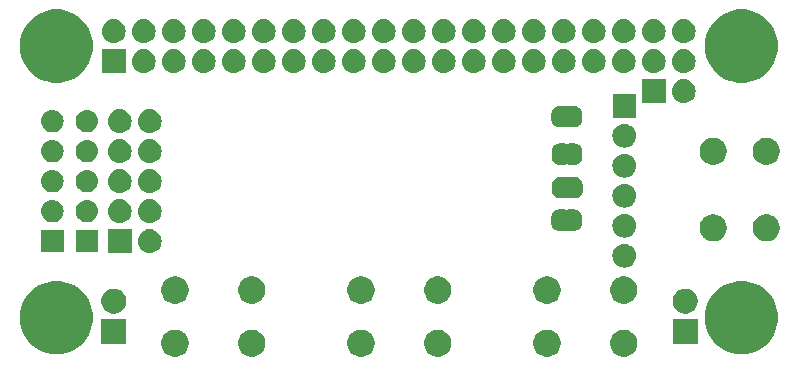
<source format=gbs>
G04 #@! TF.GenerationSoftware,KiCad,Pcbnew,(5.1.4)-1*
G04 #@! TF.CreationDate,2019-10-20T00:44:42+01:00*
G04 #@! TF.ProjectId,rgb-to-hdmi,7267622d-746f-42d6-9864-6d692e6b6963,rev?*
G04 #@! TF.SameCoordinates,Original*
G04 #@! TF.FileFunction,Soldermask,Bot*
G04 #@! TF.FilePolarity,Negative*
%FSLAX46Y46*%
G04 Gerber Fmt 4.6, Leading zero omitted, Abs format (unit mm)*
G04 Created by KiCad (PCBNEW (5.1.4)-1) date 2019-10-20 00:44:42*
%MOMM*%
%LPD*%
G04 APERTURE LIST*
%ADD10C,0.100000*%
G04 APERTURE END LIST*
D10*
G36*
X48639443Y-52041154D02*
G01*
X48848728Y-52127842D01*
X49037081Y-52253696D01*
X49197264Y-52413879D01*
X49323118Y-52602232D01*
X49409806Y-52811517D01*
X49454000Y-53033695D01*
X49454000Y-53260225D01*
X49409806Y-53482403D01*
X49323118Y-53691688D01*
X49197264Y-53880041D01*
X49037081Y-54040224D01*
X48848728Y-54166078D01*
X48639443Y-54252766D01*
X48417265Y-54296960D01*
X48190735Y-54296960D01*
X47968557Y-54252766D01*
X47759272Y-54166078D01*
X47570919Y-54040224D01*
X47410736Y-53880041D01*
X47284882Y-53691688D01*
X47198194Y-53482403D01*
X47154000Y-53260225D01*
X47154000Y-53033695D01*
X47198194Y-52811517D01*
X47284882Y-52602232D01*
X47410736Y-52413879D01*
X47570919Y-52253696D01*
X47759272Y-52127842D01*
X47968557Y-52041154D01*
X48190735Y-51996960D01*
X48417265Y-51996960D01*
X48639443Y-52041154D01*
X48639443Y-52041154D01*
G37*
G36*
X57887443Y-52041154D02*
G01*
X58096728Y-52127842D01*
X58285081Y-52253696D01*
X58445264Y-52413879D01*
X58571118Y-52602232D01*
X58657806Y-52811517D01*
X58702000Y-53033695D01*
X58702000Y-53260225D01*
X58657806Y-53482403D01*
X58571118Y-53691688D01*
X58445264Y-53880041D01*
X58285081Y-54040224D01*
X58096728Y-54166078D01*
X57887443Y-54252766D01*
X57665265Y-54296960D01*
X57438735Y-54296960D01*
X57216557Y-54252766D01*
X57007272Y-54166078D01*
X56818919Y-54040224D01*
X56658736Y-53880041D01*
X56532882Y-53691688D01*
X56446194Y-53482403D01*
X56402000Y-53260225D01*
X56402000Y-53033695D01*
X56446194Y-52811517D01*
X56532882Y-52602232D01*
X56658736Y-52413879D01*
X56818919Y-52253696D01*
X57007272Y-52127842D01*
X57216557Y-52041154D01*
X57438735Y-51996960D01*
X57665265Y-51996960D01*
X57887443Y-52041154D01*
X57887443Y-52041154D01*
G37*
G36*
X64387443Y-52041154D02*
G01*
X64596728Y-52127842D01*
X64785081Y-52253696D01*
X64945264Y-52413879D01*
X65071118Y-52602232D01*
X65157806Y-52811517D01*
X65202000Y-53033695D01*
X65202000Y-53260225D01*
X65157806Y-53482403D01*
X65071118Y-53691688D01*
X64945264Y-53880041D01*
X64785081Y-54040224D01*
X64596728Y-54166078D01*
X64387443Y-54252766D01*
X64165265Y-54296960D01*
X63938735Y-54296960D01*
X63716557Y-54252766D01*
X63507272Y-54166078D01*
X63318919Y-54040224D01*
X63158736Y-53880041D01*
X63032882Y-53691688D01*
X62946194Y-53482403D01*
X62902000Y-53260225D01*
X62902000Y-53033695D01*
X62946194Y-52811517D01*
X63032882Y-52602232D01*
X63158736Y-52413879D01*
X63318919Y-52253696D01*
X63507272Y-52127842D01*
X63716557Y-52041154D01*
X63938735Y-51996960D01*
X64165265Y-51996960D01*
X64387443Y-52041154D01*
X64387443Y-52041154D01*
G37*
G36*
X26391443Y-52041154D02*
G01*
X26600728Y-52127842D01*
X26789081Y-52253696D01*
X26949264Y-52413879D01*
X27075118Y-52602232D01*
X27161806Y-52811517D01*
X27206000Y-53033695D01*
X27206000Y-53260225D01*
X27161806Y-53482403D01*
X27075118Y-53691688D01*
X26949264Y-53880041D01*
X26789081Y-54040224D01*
X26600728Y-54166078D01*
X26391443Y-54252766D01*
X26169265Y-54296960D01*
X25942735Y-54296960D01*
X25720557Y-54252766D01*
X25511272Y-54166078D01*
X25322919Y-54040224D01*
X25162736Y-53880041D01*
X25036882Y-53691688D01*
X24950194Y-53482403D01*
X24906000Y-53260225D01*
X24906000Y-53033695D01*
X24950194Y-52811517D01*
X25036882Y-52602232D01*
X25162736Y-52413879D01*
X25322919Y-52253696D01*
X25511272Y-52127842D01*
X25720557Y-52041154D01*
X25942735Y-51996960D01*
X26169265Y-51996960D01*
X26391443Y-52041154D01*
X26391443Y-52041154D01*
G37*
G36*
X42139443Y-52041154D02*
G01*
X42348728Y-52127842D01*
X42537081Y-52253696D01*
X42697264Y-52413879D01*
X42823118Y-52602232D01*
X42909806Y-52811517D01*
X42954000Y-53033695D01*
X42954000Y-53260225D01*
X42909806Y-53482403D01*
X42823118Y-53691688D01*
X42697264Y-53880041D01*
X42537081Y-54040224D01*
X42348728Y-54166078D01*
X42139443Y-54252766D01*
X41917265Y-54296960D01*
X41690735Y-54296960D01*
X41468557Y-54252766D01*
X41259272Y-54166078D01*
X41070919Y-54040224D01*
X40910736Y-53880041D01*
X40784882Y-53691688D01*
X40698194Y-53482403D01*
X40654000Y-53260225D01*
X40654000Y-53033695D01*
X40698194Y-52811517D01*
X40784882Y-52602232D01*
X40910736Y-52413879D01*
X41070919Y-52253696D01*
X41259272Y-52127842D01*
X41468557Y-52041154D01*
X41690735Y-51996960D01*
X41917265Y-51996960D01*
X42139443Y-52041154D01*
X42139443Y-52041154D01*
G37*
G36*
X32891443Y-52041154D02*
G01*
X33100728Y-52127842D01*
X33289081Y-52253696D01*
X33449264Y-52413879D01*
X33575118Y-52602232D01*
X33661806Y-52811517D01*
X33706000Y-53033695D01*
X33706000Y-53260225D01*
X33661806Y-53482403D01*
X33575118Y-53691688D01*
X33449264Y-53880041D01*
X33289081Y-54040224D01*
X33100728Y-54166078D01*
X32891443Y-54252766D01*
X32669265Y-54296960D01*
X32442735Y-54296960D01*
X32220557Y-54252766D01*
X32011272Y-54166078D01*
X31822919Y-54040224D01*
X31662736Y-53880041D01*
X31536882Y-53691688D01*
X31450194Y-53482403D01*
X31406000Y-53260225D01*
X31406000Y-53033695D01*
X31450194Y-52811517D01*
X31536882Y-52602232D01*
X31662736Y-52413879D01*
X31822919Y-52253696D01*
X32011272Y-52127842D01*
X32220557Y-52041154D01*
X32442735Y-51996960D01*
X32669265Y-51996960D01*
X32891443Y-52041154D01*
X32891443Y-52041154D01*
G37*
G36*
X74904237Y-48019131D02*
G01*
X75468401Y-48252815D01*
X75976135Y-48592072D01*
X76407928Y-49023865D01*
X76747185Y-49531599D01*
X76980869Y-50095763D01*
X77100000Y-50694677D01*
X77100000Y-51305323D01*
X76980869Y-51904237D01*
X76747185Y-52468401D01*
X76407928Y-52976135D01*
X75976135Y-53407928D01*
X75468401Y-53747185D01*
X74904237Y-53980869D01*
X74305324Y-54100000D01*
X73694676Y-54100000D01*
X73095763Y-53980869D01*
X72531599Y-53747185D01*
X72023865Y-53407928D01*
X71592072Y-52976135D01*
X71252815Y-52468401D01*
X71019131Y-51904237D01*
X70900000Y-51305323D01*
X70900000Y-50694677D01*
X71019131Y-50095763D01*
X71252815Y-49531599D01*
X71592072Y-49023865D01*
X72023865Y-48592072D01*
X72531599Y-48252815D01*
X73095763Y-48019131D01*
X73694676Y-47900000D01*
X74305324Y-47900000D01*
X74904237Y-48019131D01*
X74904237Y-48019131D01*
G37*
G36*
X16904237Y-48019131D02*
G01*
X17468401Y-48252815D01*
X17976135Y-48592072D01*
X18407928Y-49023865D01*
X18747185Y-49531599D01*
X18980869Y-50095763D01*
X19100000Y-50694677D01*
X19100000Y-51305323D01*
X18980869Y-51904237D01*
X18747185Y-52468401D01*
X18407928Y-52976135D01*
X17976135Y-53407928D01*
X17468401Y-53747185D01*
X16904237Y-53980869D01*
X16305324Y-54100000D01*
X15694676Y-54100000D01*
X15095763Y-53980869D01*
X14531599Y-53747185D01*
X14023865Y-53407928D01*
X13592072Y-52976135D01*
X13252815Y-52468401D01*
X13019131Y-51904237D01*
X12900000Y-51305323D01*
X12900000Y-50694677D01*
X13019131Y-50095763D01*
X13252815Y-49531599D01*
X13592072Y-49023865D01*
X14023865Y-48592072D01*
X14531599Y-48252815D01*
X15095763Y-48019131D01*
X15694676Y-47900000D01*
X16305324Y-47900000D01*
X16904237Y-48019131D01*
X16904237Y-48019131D01*
G37*
G36*
X21922000Y-53180960D02*
G01*
X19822000Y-53180960D01*
X19822000Y-51080960D01*
X21922000Y-51080960D01*
X21922000Y-53180960D01*
X21922000Y-53180960D01*
G37*
G36*
X70309000Y-53180960D02*
G01*
X68209000Y-53180960D01*
X68209000Y-51080960D01*
X70309000Y-51080960D01*
X70309000Y-53180960D01*
X70309000Y-53180960D01*
G37*
G36*
X21178274Y-48581310D02*
G01*
X21369362Y-48660462D01*
X21541336Y-48775371D01*
X21687589Y-48921624D01*
X21802498Y-49093598D01*
X21881650Y-49284686D01*
X21922000Y-49487544D01*
X21922000Y-49694376D01*
X21881650Y-49897234D01*
X21802498Y-50088322D01*
X21687589Y-50260296D01*
X21541336Y-50406549D01*
X21369362Y-50521458D01*
X21178274Y-50600610D01*
X20975416Y-50640960D01*
X20768584Y-50640960D01*
X20565726Y-50600610D01*
X20374638Y-50521458D01*
X20202664Y-50406549D01*
X20056411Y-50260296D01*
X19941502Y-50088322D01*
X19862350Y-49897234D01*
X19822000Y-49694376D01*
X19822000Y-49487544D01*
X19862350Y-49284686D01*
X19941502Y-49093598D01*
X20056411Y-48921624D01*
X20202664Y-48775371D01*
X20374638Y-48660462D01*
X20565726Y-48581310D01*
X20768584Y-48540960D01*
X20975416Y-48540960D01*
X21178274Y-48581310D01*
X21178274Y-48581310D01*
G37*
G36*
X69565274Y-48581310D02*
G01*
X69756362Y-48660462D01*
X69928336Y-48775371D01*
X70074589Y-48921624D01*
X70189498Y-49093598D01*
X70268650Y-49284686D01*
X70309000Y-49487544D01*
X70309000Y-49694376D01*
X70268650Y-49897234D01*
X70189498Y-50088322D01*
X70074589Y-50260296D01*
X69928336Y-50406549D01*
X69756362Y-50521458D01*
X69565274Y-50600610D01*
X69362416Y-50640960D01*
X69155584Y-50640960D01*
X68952726Y-50600610D01*
X68761638Y-50521458D01*
X68589664Y-50406549D01*
X68443411Y-50260296D01*
X68328502Y-50088322D01*
X68249350Y-49897234D01*
X68209000Y-49694376D01*
X68209000Y-49487544D01*
X68249350Y-49284686D01*
X68328502Y-49093598D01*
X68443411Y-48921624D01*
X68589664Y-48775371D01*
X68761638Y-48660462D01*
X68952726Y-48581310D01*
X69155584Y-48540960D01*
X69362416Y-48540960D01*
X69565274Y-48581310D01*
X69565274Y-48581310D01*
G37*
G36*
X32891443Y-47541154D02*
G01*
X33100728Y-47627842D01*
X33289081Y-47753696D01*
X33449264Y-47913879D01*
X33575118Y-48102232D01*
X33661806Y-48311517D01*
X33706000Y-48533695D01*
X33706000Y-48760225D01*
X33661806Y-48982403D01*
X33575118Y-49191688D01*
X33449264Y-49380041D01*
X33289081Y-49540224D01*
X33100728Y-49666078D01*
X32891443Y-49752766D01*
X32669265Y-49796960D01*
X32442735Y-49796960D01*
X32220557Y-49752766D01*
X32011272Y-49666078D01*
X31822919Y-49540224D01*
X31662736Y-49380041D01*
X31536882Y-49191688D01*
X31450194Y-48982403D01*
X31406000Y-48760225D01*
X31406000Y-48533695D01*
X31450194Y-48311517D01*
X31536882Y-48102232D01*
X31662736Y-47913879D01*
X31822919Y-47753696D01*
X32011272Y-47627842D01*
X32220557Y-47541154D01*
X32442735Y-47496960D01*
X32669265Y-47496960D01*
X32891443Y-47541154D01*
X32891443Y-47541154D01*
G37*
G36*
X26391443Y-47541154D02*
G01*
X26600728Y-47627842D01*
X26789081Y-47753696D01*
X26949264Y-47913879D01*
X27075118Y-48102232D01*
X27161806Y-48311517D01*
X27206000Y-48533695D01*
X27206000Y-48760225D01*
X27161806Y-48982403D01*
X27075118Y-49191688D01*
X26949264Y-49380041D01*
X26789081Y-49540224D01*
X26600728Y-49666078D01*
X26391443Y-49752766D01*
X26169265Y-49796960D01*
X25942735Y-49796960D01*
X25720557Y-49752766D01*
X25511272Y-49666078D01*
X25322919Y-49540224D01*
X25162736Y-49380041D01*
X25036882Y-49191688D01*
X24950194Y-48982403D01*
X24906000Y-48760225D01*
X24906000Y-48533695D01*
X24950194Y-48311517D01*
X25036882Y-48102232D01*
X25162736Y-47913879D01*
X25322919Y-47753696D01*
X25511272Y-47627842D01*
X25720557Y-47541154D01*
X25942735Y-47496960D01*
X26169265Y-47496960D01*
X26391443Y-47541154D01*
X26391443Y-47541154D01*
G37*
G36*
X48639443Y-47541154D02*
G01*
X48848728Y-47627842D01*
X49037081Y-47753696D01*
X49197264Y-47913879D01*
X49323118Y-48102232D01*
X49409806Y-48311517D01*
X49454000Y-48533695D01*
X49454000Y-48760225D01*
X49409806Y-48982403D01*
X49323118Y-49191688D01*
X49197264Y-49380041D01*
X49037081Y-49540224D01*
X48848728Y-49666078D01*
X48639443Y-49752766D01*
X48417265Y-49796960D01*
X48190735Y-49796960D01*
X47968557Y-49752766D01*
X47759272Y-49666078D01*
X47570919Y-49540224D01*
X47410736Y-49380041D01*
X47284882Y-49191688D01*
X47198194Y-48982403D01*
X47154000Y-48760225D01*
X47154000Y-48533695D01*
X47198194Y-48311517D01*
X47284882Y-48102232D01*
X47410736Y-47913879D01*
X47570919Y-47753696D01*
X47759272Y-47627842D01*
X47968557Y-47541154D01*
X48190735Y-47496960D01*
X48417265Y-47496960D01*
X48639443Y-47541154D01*
X48639443Y-47541154D01*
G37*
G36*
X64387443Y-47541154D02*
G01*
X64596728Y-47627842D01*
X64785081Y-47753696D01*
X64945264Y-47913879D01*
X65071118Y-48102232D01*
X65157806Y-48311517D01*
X65202000Y-48533695D01*
X65202000Y-48760225D01*
X65157806Y-48982403D01*
X65071118Y-49191688D01*
X64945264Y-49380041D01*
X64785081Y-49540224D01*
X64596728Y-49666078D01*
X64387443Y-49752766D01*
X64165265Y-49796960D01*
X63938735Y-49796960D01*
X63716557Y-49752766D01*
X63507272Y-49666078D01*
X63318919Y-49540224D01*
X63158736Y-49380041D01*
X63032882Y-49191688D01*
X62946194Y-48982403D01*
X62902000Y-48760225D01*
X62902000Y-48533695D01*
X62946194Y-48311517D01*
X63032882Y-48102232D01*
X63158736Y-47913879D01*
X63318919Y-47753696D01*
X63507272Y-47627842D01*
X63716557Y-47541154D01*
X63938735Y-47496960D01*
X64165265Y-47496960D01*
X64387443Y-47541154D01*
X64387443Y-47541154D01*
G37*
G36*
X42139443Y-47541154D02*
G01*
X42348728Y-47627842D01*
X42537081Y-47753696D01*
X42697264Y-47913879D01*
X42823118Y-48102232D01*
X42909806Y-48311517D01*
X42954000Y-48533695D01*
X42954000Y-48760225D01*
X42909806Y-48982403D01*
X42823118Y-49191688D01*
X42697264Y-49380041D01*
X42537081Y-49540224D01*
X42348728Y-49666078D01*
X42139443Y-49752766D01*
X41917265Y-49796960D01*
X41690735Y-49796960D01*
X41468557Y-49752766D01*
X41259272Y-49666078D01*
X41070919Y-49540224D01*
X40910736Y-49380041D01*
X40784882Y-49191688D01*
X40698194Y-48982403D01*
X40654000Y-48760225D01*
X40654000Y-48533695D01*
X40698194Y-48311517D01*
X40784882Y-48102232D01*
X40910736Y-47913879D01*
X41070919Y-47753696D01*
X41259272Y-47627842D01*
X41468557Y-47541154D01*
X41690735Y-47496960D01*
X41917265Y-47496960D01*
X42139443Y-47541154D01*
X42139443Y-47541154D01*
G37*
G36*
X57887443Y-47541154D02*
G01*
X58096728Y-47627842D01*
X58285081Y-47753696D01*
X58445264Y-47913879D01*
X58571118Y-48102232D01*
X58657806Y-48311517D01*
X58702000Y-48533695D01*
X58702000Y-48760225D01*
X58657806Y-48982403D01*
X58571118Y-49191688D01*
X58445264Y-49380041D01*
X58285081Y-49540224D01*
X58096728Y-49666078D01*
X57887443Y-49752766D01*
X57665265Y-49796960D01*
X57438735Y-49796960D01*
X57216557Y-49752766D01*
X57007272Y-49666078D01*
X56818919Y-49540224D01*
X56658736Y-49380041D01*
X56532882Y-49191688D01*
X56446194Y-48982403D01*
X56402000Y-48760225D01*
X56402000Y-48533695D01*
X56446194Y-48311517D01*
X56532882Y-48102232D01*
X56658736Y-47913879D01*
X56818919Y-47753696D01*
X57007272Y-47627842D01*
X57216557Y-47541154D01*
X57438735Y-47496960D01*
X57665265Y-47496960D01*
X57887443Y-47541154D01*
X57887443Y-47541154D01*
G37*
G36*
X64296836Y-44768470D02*
G01*
X64485333Y-44825650D01*
X64615998Y-44895493D01*
X64659058Y-44918509D01*
X64811328Y-45043473D01*
X64936292Y-45195743D01*
X64936293Y-45195745D01*
X65029151Y-45369468D01*
X65086331Y-45557965D01*
X65105638Y-45754001D01*
X65086331Y-45950037D01*
X65029151Y-46138534D01*
X64942702Y-46300266D01*
X64936292Y-46312259D01*
X64811328Y-46464529D01*
X64659058Y-46589493D01*
X64659056Y-46589494D01*
X64485333Y-46682352D01*
X64296836Y-46739532D01*
X64149925Y-46754001D01*
X64051675Y-46754001D01*
X63904764Y-46739532D01*
X63716267Y-46682352D01*
X63542544Y-46589494D01*
X63542542Y-46589493D01*
X63390272Y-46464529D01*
X63265308Y-46312259D01*
X63258898Y-46300266D01*
X63172449Y-46138534D01*
X63115269Y-45950037D01*
X63095962Y-45754001D01*
X63115269Y-45557965D01*
X63172449Y-45369468D01*
X63265307Y-45195745D01*
X63265308Y-45195743D01*
X63390272Y-45043473D01*
X63542542Y-44918509D01*
X63585602Y-44895493D01*
X63716267Y-44825650D01*
X63904764Y-44768470D01*
X64051675Y-44754001D01*
X64149925Y-44754001D01*
X64296836Y-44768470D01*
X64296836Y-44768470D01*
G37*
G36*
X22380000Y-45510960D02*
G01*
X20380000Y-45510960D01*
X20380000Y-43510960D01*
X22380000Y-43510960D01*
X22380000Y-45510960D01*
X22380000Y-45510960D01*
G37*
G36*
X24116036Y-43525429D02*
G01*
X24304533Y-43582609D01*
X24401899Y-43634653D01*
X24478258Y-43675468D01*
X24630528Y-43800432D01*
X24755492Y-43952702D01*
X24755493Y-43952704D01*
X24848351Y-44126427D01*
X24905531Y-44314924D01*
X24924838Y-44510960D01*
X24905531Y-44706996D01*
X24848351Y-44895493D01*
X24769253Y-45043473D01*
X24755492Y-45069218D01*
X24630528Y-45221488D01*
X24478258Y-45346452D01*
X24478256Y-45346453D01*
X24304533Y-45439311D01*
X24116036Y-45496491D01*
X23969125Y-45510960D01*
X23870875Y-45510960D01*
X23723964Y-45496491D01*
X23535467Y-45439311D01*
X23361744Y-45346453D01*
X23361742Y-45346452D01*
X23209472Y-45221488D01*
X23084508Y-45069218D01*
X23070747Y-45043473D01*
X22991649Y-44895493D01*
X22934469Y-44706996D01*
X22915162Y-44510960D01*
X22934469Y-44314924D01*
X22991649Y-44126427D01*
X23084507Y-43952704D01*
X23084508Y-43952702D01*
X23209472Y-43800432D01*
X23361742Y-43675468D01*
X23438101Y-43634653D01*
X23535467Y-43582609D01*
X23723964Y-43525429D01*
X23870875Y-43510960D01*
X23969125Y-43510960D01*
X24116036Y-43525429D01*
X24116036Y-43525429D01*
G37*
G36*
X19536000Y-45460960D02*
G01*
X17636000Y-45460960D01*
X17636000Y-43560960D01*
X19536000Y-43560960D01*
X19536000Y-45460960D01*
X19536000Y-45460960D01*
G37*
G36*
X16615000Y-45460960D02*
G01*
X14715000Y-45460960D01*
X14715000Y-43560960D01*
X16615000Y-43560960D01*
X16615000Y-45460960D01*
X16615000Y-45460960D01*
G37*
G36*
X71952443Y-42285154D02*
G01*
X72161728Y-42371842D01*
X72350081Y-42497696D01*
X72510264Y-42657879D01*
X72636118Y-42846232D01*
X72722806Y-43055517D01*
X72767000Y-43277695D01*
X72767000Y-43504225D01*
X72722806Y-43726403D01*
X72636118Y-43935688D01*
X72510264Y-44124041D01*
X72350081Y-44284224D01*
X72161728Y-44410078D01*
X71952443Y-44496766D01*
X71730265Y-44540960D01*
X71503735Y-44540960D01*
X71281557Y-44496766D01*
X71072272Y-44410078D01*
X70883919Y-44284224D01*
X70723736Y-44124041D01*
X70597882Y-43935688D01*
X70511194Y-43726403D01*
X70467000Y-43504225D01*
X70467000Y-43277695D01*
X70511194Y-43055517D01*
X70597882Y-42846232D01*
X70723736Y-42657879D01*
X70883919Y-42497696D01*
X71072272Y-42371842D01*
X71281557Y-42285154D01*
X71503735Y-42240960D01*
X71730265Y-42240960D01*
X71952443Y-42285154D01*
X71952443Y-42285154D01*
G37*
G36*
X76452443Y-42285154D02*
G01*
X76661728Y-42371842D01*
X76850081Y-42497696D01*
X77010264Y-42657879D01*
X77136118Y-42846232D01*
X77222806Y-43055517D01*
X77267000Y-43277695D01*
X77267000Y-43504225D01*
X77222806Y-43726403D01*
X77136118Y-43935688D01*
X77010264Y-44124041D01*
X76850081Y-44284224D01*
X76661728Y-44410078D01*
X76452443Y-44496766D01*
X76230265Y-44540960D01*
X76003735Y-44540960D01*
X75781557Y-44496766D01*
X75572272Y-44410078D01*
X75383919Y-44284224D01*
X75223736Y-44124041D01*
X75097882Y-43935688D01*
X75011194Y-43726403D01*
X74967000Y-43504225D01*
X74967000Y-43277695D01*
X75011194Y-43055517D01*
X75097882Y-42846232D01*
X75223736Y-42657879D01*
X75383919Y-42497696D01*
X75572272Y-42371842D01*
X75781557Y-42285154D01*
X76003735Y-42240960D01*
X76230265Y-42240960D01*
X76452443Y-42285154D01*
X76452443Y-42285154D01*
G37*
G36*
X64296836Y-42228470D02*
G01*
X64485333Y-42285650D01*
X64580031Y-42336268D01*
X64659058Y-42378509D01*
X64811328Y-42503473D01*
X64936292Y-42655743D01*
X64936293Y-42655745D01*
X65029151Y-42829468D01*
X65086331Y-43017965D01*
X65105638Y-43214001D01*
X65086331Y-43410037D01*
X65029151Y-43598534D01*
X64988028Y-43675468D01*
X64936292Y-43772259D01*
X64811328Y-43924529D01*
X64659058Y-44049493D01*
X64659056Y-44049494D01*
X64485333Y-44142352D01*
X64296836Y-44199532D01*
X64149925Y-44214001D01*
X64051675Y-44214001D01*
X63904764Y-44199532D01*
X63716267Y-44142352D01*
X63542544Y-44049494D01*
X63542542Y-44049493D01*
X63390272Y-43924529D01*
X63265308Y-43772259D01*
X63213572Y-43675468D01*
X63172449Y-43598534D01*
X63115269Y-43410037D01*
X63095962Y-43214001D01*
X63115269Y-43017965D01*
X63172449Y-42829468D01*
X63265307Y-42655745D01*
X63265308Y-42655743D01*
X63390272Y-42503473D01*
X63542542Y-42378509D01*
X63621569Y-42336268D01*
X63716267Y-42285650D01*
X63904764Y-42228470D01*
X64051675Y-42214001D01*
X64149925Y-42214001D01*
X64296836Y-42228470D01*
X64296836Y-42228470D01*
G37*
G36*
X59060992Y-41832234D02*
G01*
X59061000Y-41832234D01*
X59090405Y-41835130D01*
X59118680Y-41843707D01*
X59118682Y-41843708D01*
X59120808Y-41844353D01*
X59152947Y-41857665D01*
X59191401Y-41865313D01*
X59230608Y-41865313D01*
X59269061Y-41857663D01*
X59301193Y-41844353D01*
X59303317Y-41843709D01*
X59303320Y-41843707D01*
X59331595Y-41835130D01*
X59361000Y-41832234D01*
X59361008Y-41832234D01*
X59370827Y-41831267D01*
X59851173Y-41831267D01*
X59860991Y-41832234D01*
X59861000Y-41832234D01*
X59865863Y-41832713D01*
X59885448Y-41833675D01*
X59900182Y-41833675D01*
X59910000Y-41834642D01*
X59910009Y-41834642D01*
X59939414Y-41837538D01*
X59939425Y-41837540D01*
X59949241Y-41838507D01*
X60026096Y-41853795D01*
X60035531Y-41856657D01*
X60035547Y-41856660D01*
X60063822Y-41865237D01*
X60063830Y-41865240D01*
X60073278Y-41868106D01*
X60145668Y-41898091D01*
X60154374Y-41902744D01*
X60154378Y-41902746D01*
X60180437Y-41916675D01*
X60189140Y-41921327D01*
X60254301Y-41964867D01*
X60261924Y-41971123D01*
X60261936Y-41971131D01*
X60284776Y-41989876D01*
X60284780Y-41989880D01*
X60292408Y-41996140D01*
X60347820Y-42051552D01*
X60354080Y-42059180D01*
X60354084Y-42059184D01*
X60372829Y-42082024D01*
X60372837Y-42082036D01*
X60379093Y-42089659D01*
X60422633Y-42154820D01*
X60427284Y-42163521D01*
X60427285Y-42163523D01*
X60441214Y-42189582D01*
X60441216Y-42189586D01*
X60445869Y-42198292D01*
X60475854Y-42270682D01*
X60478720Y-42280130D01*
X60478723Y-42280138D01*
X60487300Y-42308413D01*
X60487303Y-42308429D01*
X60490165Y-42317864D01*
X60505453Y-42394719D01*
X60506420Y-42404535D01*
X60506422Y-42404546D01*
X60509318Y-42433951D01*
X60509318Y-42433960D01*
X60510285Y-42443778D01*
X60510285Y-42458512D01*
X60511247Y-42478097D01*
X60511726Y-42482960D01*
X60511726Y-42482969D01*
X60512693Y-42492787D01*
X60512693Y-42973133D01*
X60511726Y-42982951D01*
X60511726Y-42982960D01*
X60511247Y-42987823D01*
X60510285Y-43007408D01*
X60510285Y-43022142D01*
X60509318Y-43031960D01*
X60509318Y-43031969D01*
X60506422Y-43061374D01*
X60506420Y-43061385D01*
X60505453Y-43071201D01*
X60490165Y-43148056D01*
X60487303Y-43157491D01*
X60487300Y-43157507D01*
X60478723Y-43185782D01*
X60478720Y-43185790D01*
X60475854Y-43195238D01*
X60445869Y-43267628D01*
X60441216Y-43276334D01*
X60441214Y-43276338D01*
X60427285Y-43302397D01*
X60422633Y-43311100D01*
X60379093Y-43376261D01*
X60372837Y-43383884D01*
X60372829Y-43383896D01*
X60354084Y-43406736D01*
X60354080Y-43406740D01*
X60347820Y-43414368D01*
X60292408Y-43469780D01*
X60284780Y-43476040D01*
X60284776Y-43476044D01*
X60261936Y-43494789D01*
X60261924Y-43494797D01*
X60254301Y-43501053D01*
X60189140Y-43544593D01*
X60180439Y-43549244D01*
X60180437Y-43549245D01*
X60154378Y-43563174D01*
X60154374Y-43563176D01*
X60145668Y-43567829D01*
X60073278Y-43597814D01*
X60063830Y-43600680D01*
X60063822Y-43600683D01*
X60035547Y-43609260D01*
X60035531Y-43609263D01*
X60026096Y-43612125D01*
X59949241Y-43627413D01*
X59939425Y-43628380D01*
X59939414Y-43628382D01*
X59910009Y-43631278D01*
X59910000Y-43631278D01*
X59900182Y-43632245D01*
X59885448Y-43632245D01*
X59865863Y-43633207D01*
X59861000Y-43633686D01*
X59860991Y-43633686D01*
X59851173Y-43634653D01*
X59370827Y-43634653D01*
X59361008Y-43633686D01*
X59361000Y-43633686D01*
X59331595Y-43630790D01*
X59303320Y-43622213D01*
X59303318Y-43622212D01*
X59301192Y-43621567D01*
X59269053Y-43608255D01*
X59230599Y-43600607D01*
X59191392Y-43600607D01*
X59152939Y-43608257D01*
X59120807Y-43621567D01*
X59118683Y-43622211D01*
X59118680Y-43622213D01*
X59090405Y-43630790D01*
X59061000Y-43633686D01*
X59060992Y-43633686D01*
X59051173Y-43634653D01*
X58570827Y-43634653D01*
X58561009Y-43633686D01*
X58561000Y-43633686D01*
X58556137Y-43633207D01*
X58536552Y-43632245D01*
X58521818Y-43632245D01*
X58512000Y-43631278D01*
X58511991Y-43631278D01*
X58482586Y-43628382D01*
X58482575Y-43628380D01*
X58472759Y-43627413D01*
X58395904Y-43612125D01*
X58386469Y-43609263D01*
X58386453Y-43609260D01*
X58358178Y-43600683D01*
X58358170Y-43600680D01*
X58348722Y-43597814D01*
X58276332Y-43567829D01*
X58267626Y-43563176D01*
X58267622Y-43563174D01*
X58241563Y-43549245D01*
X58241561Y-43549244D01*
X58232860Y-43544593D01*
X58167699Y-43501053D01*
X58160076Y-43494797D01*
X58160064Y-43494789D01*
X58137224Y-43476044D01*
X58137220Y-43476040D01*
X58129592Y-43469780D01*
X58074180Y-43414368D01*
X58067920Y-43406740D01*
X58067916Y-43406736D01*
X58049171Y-43383896D01*
X58049163Y-43383884D01*
X58042907Y-43376261D01*
X57999367Y-43311100D01*
X57994715Y-43302397D01*
X57980786Y-43276338D01*
X57980784Y-43276334D01*
X57976131Y-43267628D01*
X57946146Y-43195238D01*
X57943280Y-43185790D01*
X57943277Y-43185782D01*
X57934700Y-43157507D01*
X57934697Y-43157491D01*
X57931835Y-43148056D01*
X57916547Y-43071201D01*
X57915580Y-43061385D01*
X57915578Y-43061374D01*
X57912682Y-43031969D01*
X57912682Y-43031960D01*
X57911715Y-43022142D01*
X57911715Y-43007408D01*
X57910753Y-42987823D01*
X57910274Y-42982960D01*
X57910274Y-42982951D01*
X57909307Y-42973133D01*
X57909307Y-42492787D01*
X57910274Y-42482969D01*
X57910274Y-42482960D01*
X57910753Y-42478097D01*
X57911715Y-42458512D01*
X57911715Y-42443778D01*
X57912682Y-42433960D01*
X57912682Y-42433951D01*
X57915578Y-42404546D01*
X57915580Y-42404535D01*
X57916547Y-42394719D01*
X57931835Y-42317864D01*
X57934697Y-42308429D01*
X57934700Y-42308413D01*
X57943277Y-42280138D01*
X57943280Y-42280130D01*
X57946146Y-42270682D01*
X57976131Y-42198292D01*
X57980784Y-42189586D01*
X57980786Y-42189582D01*
X57994715Y-42163523D01*
X57994716Y-42163521D01*
X57999367Y-42154820D01*
X58042907Y-42089659D01*
X58049163Y-42082036D01*
X58049171Y-42082024D01*
X58067916Y-42059184D01*
X58067920Y-42059180D01*
X58074180Y-42051552D01*
X58129592Y-41996140D01*
X58137220Y-41989880D01*
X58137224Y-41989876D01*
X58160064Y-41971131D01*
X58160076Y-41971123D01*
X58167699Y-41964867D01*
X58232860Y-41921327D01*
X58241563Y-41916675D01*
X58267622Y-41902746D01*
X58267626Y-41902744D01*
X58276332Y-41898091D01*
X58348722Y-41868106D01*
X58358170Y-41865240D01*
X58358178Y-41865237D01*
X58386453Y-41856660D01*
X58386469Y-41856657D01*
X58395904Y-41853795D01*
X58472759Y-41838507D01*
X58482575Y-41837540D01*
X58482586Y-41837538D01*
X58511991Y-41834642D01*
X58512000Y-41834642D01*
X58521818Y-41833675D01*
X58536552Y-41833675D01*
X58556137Y-41832713D01*
X58561000Y-41832234D01*
X58561009Y-41832234D01*
X58570827Y-41831267D01*
X59051173Y-41831267D01*
X59060992Y-41832234D01*
X59060992Y-41832234D01*
G37*
G36*
X21576036Y-40985429D02*
G01*
X21764533Y-41042609D01*
X21926265Y-41129058D01*
X21938258Y-41135468D01*
X22090528Y-41260432D01*
X22215492Y-41412702D01*
X22215493Y-41412704D01*
X22308351Y-41586427D01*
X22365531Y-41774924D01*
X22384838Y-41970960D01*
X22365531Y-42166996D01*
X22308351Y-42355493D01*
X22230412Y-42501305D01*
X22215492Y-42529218D01*
X22090528Y-42681488D01*
X21938258Y-42806452D01*
X21938256Y-42806453D01*
X21764533Y-42899311D01*
X21576036Y-42956491D01*
X21429125Y-42970960D01*
X21330875Y-42970960D01*
X21183964Y-42956491D01*
X20995467Y-42899311D01*
X20821744Y-42806453D01*
X20821742Y-42806452D01*
X20669472Y-42681488D01*
X20544508Y-42529218D01*
X20529588Y-42501305D01*
X20451649Y-42355493D01*
X20394469Y-42166996D01*
X20375162Y-41970960D01*
X20394469Y-41774924D01*
X20451649Y-41586427D01*
X20544507Y-41412704D01*
X20544508Y-41412702D01*
X20669472Y-41260432D01*
X20821742Y-41135468D01*
X20833735Y-41129058D01*
X20995467Y-41042609D01*
X21183964Y-40985429D01*
X21330875Y-40970960D01*
X21429125Y-40970960D01*
X21576036Y-40985429D01*
X21576036Y-40985429D01*
G37*
G36*
X24116036Y-40985429D02*
G01*
X24304533Y-41042609D01*
X24466265Y-41129058D01*
X24478258Y-41135468D01*
X24630528Y-41260432D01*
X24755492Y-41412702D01*
X24755493Y-41412704D01*
X24848351Y-41586427D01*
X24905531Y-41774924D01*
X24924838Y-41970960D01*
X24905531Y-42166996D01*
X24848351Y-42355493D01*
X24770412Y-42501305D01*
X24755492Y-42529218D01*
X24630528Y-42681488D01*
X24478258Y-42806452D01*
X24478256Y-42806453D01*
X24304533Y-42899311D01*
X24116036Y-42956491D01*
X23969125Y-42970960D01*
X23870875Y-42970960D01*
X23723964Y-42956491D01*
X23535467Y-42899311D01*
X23361744Y-42806453D01*
X23361742Y-42806452D01*
X23209472Y-42681488D01*
X23084508Y-42529218D01*
X23069588Y-42501305D01*
X22991649Y-42355493D01*
X22934469Y-42166996D01*
X22915162Y-41970960D01*
X22934469Y-41774924D01*
X22991649Y-41586427D01*
X23084507Y-41412704D01*
X23084508Y-41412702D01*
X23209472Y-41260432D01*
X23361742Y-41135468D01*
X23373735Y-41129058D01*
X23535467Y-41042609D01*
X23723964Y-40985429D01*
X23870875Y-40970960D01*
X23969125Y-40970960D01*
X24116036Y-40985429D01*
X24116036Y-40985429D01*
G37*
G36*
X18772234Y-41034706D02*
G01*
X18951309Y-41089028D01*
X19116342Y-41177240D01*
X19116343Y-41177241D01*
X19116345Y-41177242D01*
X19261001Y-41295959D01*
X19356812Y-41412704D01*
X19379720Y-41440618D01*
X19467932Y-41605651D01*
X19522254Y-41784726D01*
X19540596Y-41970960D01*
X19522254Y-42157194D01*
X19467932Y-42336269D01*
X19392113Y-42478116D01*
X19379718Y-42501305D01*
X19261001Y-42645961D01*
X19116345Y-42764678D01*
X19116343Y-42764679D01*
X19116342Y-42764680D01*
X18951309Y-42852892D01*
X18772234Y-42907214D01*
X18632665Y-42920960D01*
X18539335Y-42920960D01*
X18399766Y-42907214D01*
X18220691Y-42852892D01*
X18055658Y-42764680D01*
X18055657Y-42764679D01*
X18055655Y-42764678D01*
X17910999Y-42645961D01*
X17792282Y-42501305D01*
X17779887Y-42478116D01*
X17704068Y-42336269D01*
X17649746Y-42157194D01*
X17631404Y-41970960D01*
X17649746Y-41784726D01*
X17704068Y-41605651D01*
X17792280Y-41440618D01*
X17815189Y-41412704D01*
X17910999Y-41295959D01*
X18055655Y-41177242D01*
X18055657Y-41177241D01*
X18055658Y-41177240D01*
X18220691Y-41089028D01*
X18399766Y-41034706D01*
X18539335Y-41020960D01*
X18632665Y-41020960D01*
X18772234Y-41034706D01*
X18772234Y-41034706D01*
G37*
G36*
X15851234Y-41034706D02*
G01*
X16030309Y-41089028D01*
X16195342Y-41177240D01*
X16195343Y-41177241D01*
X16195345Y-41177242D01*
X16340001Y-41295959D01*
X16435812Y-41412704D01*
X16458720Y-41440618D01*
X16546932Y-41605651D01*
X16601254Y-41784726D01*
X16619596Y-41970960D01*
X16601254Y-42157194D01*
X16546932Y-42336269D01*
X16471113Y-42478116D01*
X16458718Y-42501305D01*
X16340001Y-42645961D01*
X16195345Y-42764678D01*
X16195343Y-42764679D01*
X16195342Y-42764680D01*
X16030309Y-42852892D01*
X15851234Y-42907214D01*
X15711665Y-42920960D01*
X15618335Y-42920960D01*
X15478766Y-42907214D01*
X15299691Y-42852892D01*
X15134658Y-42764680D01*
X15134657Y-42764679D01*
X15134655Y-42764678D01*
X14989999Y-42645961D01*
X14871282Y-42501305D01*
X14858887Y-42478116D01*
X14783068Y-42336269D01*
X14728746Y-42157194D01*
X14710404Y-41970960D01*
X14728746Y-41784726D01*
X14783068Y-41605651D01*
X14871280Y-41440618D01*
X14894189Y-41412704D01*
X14989999Y-41295959D01*
X15134655Y-41177242D01*
X15134657Y-41177241D01*
X15134658Y-41177240D01*
X15299691Y-41089028D01*
X15478766Y-41034706D01*
X15618335Y-41020960D01*
X15711665Y-41020960D01*
X15851234Y-41034706D01*
X15851234Y-41034706D01*
G37*
G36*
X64296836Y-39688470D02*
G01*
X64485333Y-39745650D01*
X64580031Y-39796268D01*
X64659058Y-39838509D01*
X64811328Y-39963473D01*
X64936292Y-40115743D01*
X64936293Y-40115745D01*
X65029151Y-40289468D01*
X65086331Y-40477965D01*
X65105638Y-40674001D01*
X65086331Y-40870037D01*
X65029151Y-41058534D01*
X64965699Y-41177242D01*
X64936292Y-41232259D01*
X64811328Y-41384529D01*
X64659058Y-41509493D01*
X64659056Y-41509494D01*
X64485333Y-41602352D01*
X64296836Y-41659532D01*
X64149925Y-41674001D01*
X64051675Y-41674001D01*
X63904764Y-41659532D01*
X63716267Y-41602352D01*
X63542544Y-41509494D01*
X63542542Y-41509493D01*
X63390272Y-41384529D01*
X63265308Y-41232259D01*
X63235901Y-41177242D01*
X63172449Y-41058534D01*
X63115269Y-40870037D01*
X63095962Y-40674001D01*
X63115269Y-40477965D01*
X63172449Y-40289468D01*
X63265307Y-40115745D01*
X63265308Y-40115743D01*
X63390272Y-39963473D01*
X63542542Y-39838509D01*
X63621569Y-39796268D01*
X63716267Y-39745650D01*
X63904764Y-39688470D01*
X64051675Y-39674001D01*
X64149925Y-39674001D01*
X64296836Y-39688470D01*
X64296836Y-39688470D01*
G37*
G36*
X59126792Y-39089034D02*
G01*
X59126800Y-39089034D01*
X59156205Y-39091930D01*
X59184480Y-39100507D01*
X59184482Y-39100508D01*
X59186608Y-39101153D01*
X59218747Y-39114465D01*
X59257201Y-39122113D01*
X59296408Y-39122113D01*
X59334861Y-39114463D01*
X59366993Y-39101153D01*
X59369117Y-39100509D01*
X59369120Y-39100507D01*
X59397395Y-39091930D01*
X59426800Y-39089034D01*
X59426808Y-39089034D01*
X59436627Y-39088067D01*
X59916973Y-39088067D01*
X59926791Y-39089034D01*
X59926800Y-39089034D01*
X59931663Y-39089513D01*
X59951248Y-39090475D01*
X59965982Y-39090475D01*
X59975800Y-39091442D01*
X59975809Y-39091442D01*
X60005214Y-39094338D01*
X60005225Y-39094340D01*
X60015041Y-39095307D01*
X60091896Y-39110595D01*
X60101331Y-39113457D01*
X60101347Y-39113460D01*
X60129622Y-39122037D01*
X60129630Y-39122040D01*
X60139078Y-39124906D01*
X60211468Y-39154891D01*
X60220174Y-39159544D01*
X60220178Y-39159546D01*
X60246237Y-39173475D01*
X60254940Y-39178127D01*
X60320101Y-39221667D01*
X60327724Y-39227923D01*
X60327736Y-39227931D01*
X60350576Y-39246676D01*
X60350580Y-39246680D01*
X60358208Y-39252940D01*
X60413620Y-39308352D01*
X60419880Y-39315980D01*
X60419884Y-39315984D01*
X60438629Y-39338824D01*
X60438637Y-39338836D01*
X60444893Y-39346459D01*
X60488433Y-39411620D01*
X60493084Y-39420321D01*
X60493085Y-39420323D01*
X60507014Y-39446382D01*
X60507016Y-39446386D01*
X60511669Y-39455092D01*
X60541654Y-39527482D01*
X60544520Y-39536930D01*
X60544523Y-39536938D01*
X60553100Y-39565213D01*
X60553103Y-39565229D01*
X60555965Y-39574664D01*
X60571253Y-39651519D01*
X60572220Y-39661335D01*
X60572222Y-39661346D01*
X60575118Y-39690751D01*
X60575118Y-39690760D01*
X60576085Y-39700578D01*
X60576085Y-39715312D01*
X60577047Y-39734897D01*
X60577526Y-39739760D01*
X60577526Y-39739769D01*
X60578493Y-39749587D01*
X60578493Y-40229933D01*
X60577526Y-40239751D01*
X60577526Y-40239760D01*
X60577047Y-40244623D01*
X60576085Y-40264208D01*
X60576085Y-40278942D01*
X60575118Y-40288760D01*
X60575118Y-40288769D01*
X60572222Y-40318174D01*
X60572220Y-40318185D01*
X60571253Y-40328001D01*
X60555965Y-40404856D01*
X60553103Y-40414291D01*
X60553100Y-40414307D01*
X60544523Y-40442582D01*
X60544520Y-40442590D01*
X60541654Y-40452038D01*
X60511669Y-40524428D01*
X60507016Y-40533134D01*
X60507014Y-40533138D01*
X60493085Y-40559197D01*
X60488433Y-40567900D01*
X60444893Y-40633061D01*
X60438637Y-40640684D01*
X60438629Y-40640696D01*
X60419884Y-40663536D01*
X60419880Y-40663540D01*
X60413620Y-40671168D01*
X60358208Y-40726580D01*
X60350580Y-40732840D01*
X60350576Y-40732844D01*
X60327736Y-40751589D01*
X60327724Y-40751597D01*
X60320101Y-40757853D01*
X60254940Y-40801393D01*
X60246239Y-40806044D01*
X60246237Y-40806045D01*
X60220178Y-40819974D01*
X60220174Y-40819976D01*
X60211468Y-40824629D01*
X60139078Y-40854614D01*
X60129630Y-40857480D01*
X60129622Y-40857483D01*
X60101347Y-40866060D01*
X60101331Y-40866063D01*
X60091896Y-40868925D01*
X60015041Y-40884213D01*
X60005225Y-40885180D01*
X60005214Y-40885182D01*
X59975809Y-40888078D01*
X59975800Y-40888078D01*
X59965982Y-40889045D01*
X59951248Y-40889045D01*
X59931663Y-40890007D01*
X59926800Y-40890486D01*
X59926791Y-40890486D01*
X59916973Y-40891453D01*
X59436627Y-40891453D01*
X59426808Y-40890486D01*
X59426800Y-40890486D01*
X59397395Y-40887590D01*
X59369120Y-40879013D01*
X59369118Y-40879012D01*
X59366992Y-40878367D01*
X59334853Y-40865055D01*
X59296399Y-40857407D01*
X59257192Y-40857407D01*
X59218739Y-40865057D01*
X59186607Y-40878367D01*
X59184483Y-40879011D01*
X59184480Y-40879013D01*
X59156205Y-40887590D01*
X59126800Y-40890486D01*
X59126792Y-40890486D01*
X59116973Y-40891453D01*
X58636627Y-40891453D01*
X58626809Y-40890486D01*
X58626800Y-40890486D01*
X58621937Y-40890007D01*
X58602352Y-40889045D01*
X58587618Y-40889045D01*
X58577800Y-40888078D01*
X58577791Y-40888078D01*
X58548386Y-40885182D01*
X58548375Y-40885180D01*
X58538559Y-40884213D01*
X58461704Y-40868925D01*
X58452269Y-40866063D01*
X58452253Y-40866060D01*
X58423978Y-40857483D01*
X58423970Y-40857480D01*
X58414522Y-40854614D01*
X58342132Y-40824629D01*
X58333426Y-40819976D01*
X58333422Y-40819974D01*
X58307363Y-40806045D01*
X58307361Y-40806044D01*
X58298660Y-40801393D01*
X58233499Y-40757853D01*
X58225876Y-40751597D01*
X58225864Y-40751589D01*
X58203024Y-40732844D01*
X58203020Y-40732840D01*
X58195392Y-40726580D01*
X58139980Y-40671168D01*
X58133720Y-40663540D01*
X58133716Y-40663536D01*
X58114971Y-40640696D01*
X58114963Y-40640684D01*
X58108707Y-40633061D01*
X58065167Y-40567900D01*
X58060515Y-40559197D01*
X58046586Y-40533138D01*
X58046584Y-40533134D01*
X58041931Y-40524428D01*
X58011946Y-40452038D01*
X58009080Y-40442590D01*
X58009077Y-40442582D01*
X58000500Y-40414307D01*
X58000497Y-40414291D01*
X57997635Y-40404856D01*
X57982347Y-40328001D01*
X57981380Y-40318185D01*
X57981378Y-40318174D01*
X57978482Y-40288769D01*
X57978482Y-40288760D01*
X57977515Y-40278942D01*
X57977515Y-40264208D01*
X57976553Y-40244623D01*
X57976074Y-40239760D01*
X57976074Y-40239751D01*
X57975107Y-40229933D01*
X57975107Y-39749587D01*
X57976074Y-39739769D01*
X57976074Y-39739760D01*
X57976553Y-39734897D01*
X57977515Y-39715312D01*
X57977515Y-39700578D01*
X57978482Y-39690760D01*
X57978482Y-39690751D01*
X57981378Y-39661346D01*
X57981380Y-39661335D01*
X57982347Y-39651519D01*
X57997635Y-39574664D01*
X58000497Y-39565229D01*
X58000500Y-39565213D01*
X58009077Y-39536938D01*
X58009080Y-39536930D01*
X58011946Y-39527482D01*
X58041931Y-39455092D01*
X58046584Y-39446386D01*
X58046586Y-39446382D01*
X58060515Y-39420323D01*
X58060516Y-39420321D01*
X58065167Y-39411620D01*
X58108707Y-39346459D01*
X58114963Y-39338836D01*
X58114971Y-39338824D01*
X58133716Y-39315984D01*
X58133720Y-39315980D01*
X58139980Y-39308352D01*
X58195392Y-39252940D01*
X58203020Y-39246680D01*
X58203024Y-39246676D01*
X58225864Y-39227931D01*
X58225876Y-39227923D01*
X58233499Y-39221667D01*
X58298660Y-39178127D01*
X58307363Y-39173475D01*
X58333422Y-39159546D01*
X58333426Y-39159544D01*
X58342132Y-39154891D01*
X58414522Y-39124906D01*
X58423970Y-39122040D01*
X58423978Y-39122037D01*
X58452253Y-39113460D01*
X58452269Y-39113457D01*
X58461704Y-39110595D01*
X58538559Y-39095307D01*
X58548375Y-39094340D01*
X58548386Y-39094338D01*
X58577791Y-39091442D01*
X58577800Y-39091442D01*
X58587618Y-39090475D01*
X58602352Y-39090475D01*
X58621937Y-39089513D01*
X58626800Y-39089034D01*
X58626809Y-39089034D01*
X58636627Y-39088067D01*
X59116973Y-39088067D01*
X59126792Y-39089034D01*
X59126792Y-39089034D01*
G37*
G36*
X21576036Y-38445429D02*
G01*
X21764533Y-38502609D01*
X21926265Y-38589058D01*
X21938258Y-38595468D01*
X22090528Y-38720432D01*
X22215492Y-38872702D01*
X22215493Y-38872704D01*
X22308351Y-39046427D01*
X22365531Y-39234924D01*
X22384838Y-39430960D01*
X22365531Y-39626996D01*
X22308351Y-39815493D01*
X22230412Y-39961305D01*
X22215492Y-39989218D01*
X22090528Y-40141488D01*
X21938258Y-40266452D01*
X21938256Y-40266453D01*
X21764533Y-40359311D01*
X21576036Y-40416491D01*
X21429125Y-40430960D01*
X21330875Y-40430960D01*
X21183964Y-40416491D01*
X20995467Y-40359311D01*
X20821744Y-40266453D01*
X20821742Y-40266452D01*
X20669472Y-40141488D01*
X20544508Y-39989218D01*
X20529588Y-39961305D01*
X20451649Y-39815493D01*
X20394469Y-39626996D01*
X20375162Y-39430960D01*
X20394469Y-39234924D01*
X20451649Y-39046427D01*
X20544507Y-38872704D01*
X20544508Y-38872702D01*
X20669472Y-38720432D01*
X20821742Y-38595468D01*
X20833735Y-38589058D01*
X20995467Y-38502609D01*
X21183964Y-38445429D01*
X21330875Y-38430960D01*
X21429125Y-38430960D01*
X21576036Y-38445429D01*
X21576036Y-38445429D01*
G37*
G36*
X24116036Y-38445429D02*
G01*
X24304533Y-38502609D01*
X24466265Y-38589058D01*
X24478258Y-38595468D01*
X24630528Y-38720432D01*
X24755492Y-38872702D01*
X24755493Y-38872704D01*
X24848351Y-39046427D01*
X24905531Y-39234924D01*
X24924838Y-39430960D01*
X24905531Y-39626996D01*
X24848351Y-39815493D01*
X24770412Y-39961305D01*
X24755492Y-39989218D01*
X24630528Y-40141488D01*
X24478258Y-40266452D01*
X24478256Y-40266453D01*
X24304533Y-40359311D01*
X24116036Y-40416491D01*
X23969125Y-40430960D01*
X23870875Y-40430960D01*
X23723964Y-40416491D01*
X23535467Y-40359311D01*
X23361744Y-40266453D01*
X23361742Y-40266452D01*
X23209472Y-40141488D01*
X23084508Y-39989218D01*
X23069588Y-39961305D01*
X22991649Y-39815493D01*
X22934469Y-39626996D01*
X22915162Y-39430960D01*
X22934469Y-39234924D01*
X22991649Y-39046427D01*
X23084507Y-38872704D01*
X23084508Y-38872702D01*
X23209472Y-38720432D01*
X23361742Y-38595468D01*
X23373735Y-38589058D01*
X23535467Y-38502609D01*
X23723964Y-38445429D01*
X23870875Y-38430960D01*
X23969125Y-38430960D01*
X24116036Y-38445429D01*
X24116036Y-38445429D01*
G37*
G36*
X15851234Y-38494706D02*
G01*
X16030309Y-38549028D01*
X16195342Y-38637240D01*
X16195343Y-38637241D01*
X16195345Y-38637242D01*
X16340001Y-38755959D01*
X16435812Y-38872704D01*
X16458720Y-38900618D01*
X16546932Y-39065651D01*
X16601254Y-39244726D01*
X16619596Y-39430960D01*
X16601254Y-39617194D01*
X16546932Y-39796269D01*
X16524354Y-39838509D01*
X16458718Y-39961305D01*
X16340001Y-40105961D01*
X16195345Y-40224678D01*
X16195343Y-40224679D01*
X16195342Y-40224680D01*
X16030309Y-40312892D01*
X15851234Y-40367214D01*
X15711665Y-40380960D01*
X15618335Y-40380960D01*
X15478766Y-40367214D01*
X15299691Y-40312892D01*
X15134658Y-40224680D01*
X15134657Y-40224679D01*
X15134655Y-40224678D01*
X14989999Y-40105961D01*
X14871282Y-39961305D01*
X14805646Y-39838509D01*
X14783068Y-39796269D01*
X14728746Y-39617194D01*
X14710404Y-39430960D01*
X14728746Y-39244726D01*
X14783068Y-39065651D01*
X14871280Y-38900618D01*
X14894189Y-38872704D01*
X14989999Y-38755959D01*
X15134655Y-38637242D01*
X15134657Y-38637241D01*
X15134658Y-38637240D01*
X15299691Y-38549028D01*
X15478766Y-38494706D01*
X15618335Y-38480960D01*
X15711665Y-38480960D01*
X15851234Y-38494706D01*
X15851234Y-38494706D01*
G37*
G36*
X18772234Y-38494706D02*
G01*
X18951309Y-38549028D01*
X19116342Y-38637240D01*
X19116343Y-38637241D01*
X19116345Y-38637242D01*
X19261001Y-38755959D01*
X19356812Y-38872704D01*
X19379720Y-38900618D01*
X19467932Y-39065651D01*
X19522254Y-39244726D01*
X19540596Y-39430960D01*
X19522254Y-39617194D01*
X19467932Y-39796269D01*
X19445354Y-39838509D01*
X19379718Y-39961305D01*
X19261001Y-40105961D01*
X19116345Y-40224678D01*
X19116343Y-40224679D01*
X19116342Y-40224680D01*
X18951309Y-40312892D01*
X18772234Y-40367214D01*
X18632665Y-40380960D01*
X18539335Y-40380960D01*
X18399766Y-40367214D01*
X18220691Y-40312892D01*
X18055658Y-40224680D01*
X18055657Y-40224679D01*
X18055655Y-40224678D01*
X17910999Y-40105961D01*
X17792282Y-39961305D01*
X17726646Y-39838509D01*
X17704068Y-39796269D01*
X17649746Y-39617194D01*
X17631404Y-39430960D01*
X17649746Y-39244726D01*
X17704068Y-39065651D01*
X17792280Y-38900618D01*
X17815189Y-38872704D01*
X17910999Y-38755959D01*
X18055655Y-38637242D01*
X18055657Y-38637241D01*
X18055658Y-38637240D01*
X18220691Y-38549028D01*
X18399766Y-38494706D01*
X18539335Y-38480960D01*
X18632665Y-38480960D01*
X18772234Y-38494706D01*
X18772234Y-38494706D01*
G37*
G36*
X64296836Y-37148470D02*
G01*
X64485333Y-37205650D01*
X64580031Y-37256268D01*
X64659058Y-37298509D01*
X64811328Y-37423473D01*
X64936292Y-37575743D01*
X64936293Y-37575745D01*
X65029151Y-37749468D01*
X65086331Y-37937965D01*
X65105638Y-38134001D01*
X65086331Y-38330037D01*
X65029151Y-38518534D01*
X64965699Y-38637242D01*
X64936292Y-38692259D01*
X64811328Y-38844529D01*
X64659058Y-38969493D01*
X64659056Y-38969494D01*
X64485333Y-39062352D01*
X64296836Y-39119532D01*
X64149925Y-39134001D01*
X64051675Y-39134001D01*
X63904764Y-39119532D01*
X63716267Y-39062352D01*
X63542544Y-38969494D01*
X63542542Y-38969493D01*
X63390272Y-38844529D01*
X63265308Y-38692259D01*
X63235901Y-38637242D01*
X63172449Y-38518534D01*
X63115269Y-38330037D01*
X63095962Y-38134001D01*
X63115269Y-37937965D01*
X63172449Y-37749468D01*
X63265307Y-37575745D01*
X63265308Y-37575743D01*
X63390272Y-37423473D01*
X63542542Y-37298509D01*
X63621569Y-37256268D01*
X63716267Y-37205650D01*
X63904764Y-37148470D01*
X64051675Y-37134001D01*
X64149925Y-37134001D01*
X64296836Y-37148470D01*
X64296836Y-37148470D01*
G37*
G36*
X59090992Y-36244234D02*
G01*
X59091000Y-36244234D01*
X59120405Y-36247130D01*
X59148680Y-36255707D01*
X59148682Y-36255708D01*
X59150808Y-36256353D01*
X59182947Y-36269665D01*
X59221401Y-36277313D01*
X59260608Y-36277313D01*
X59299061Y-36269663D01*
X59331193Y-36256353D01*
X59333317Y-36255709D01*
X59333320Y-36255707D01*
X59361595Y-36247130D01*
X59391000Y-36244234D01*
X59391008Y-36244234D01*
X59400827Y-36243267D01*
X59881173Y-36243267D01*
X59890991Y-36244234D01*
X59891000Y-36244234D01*
X59895863Y-36244713D01*
X59915448Y-36245675D01*
X59930182Y-36245675D01*
X59940000Y-36246642D01*
X59940009Y-36246642D01*
X59969414Y-36249538D01*
X59969425Y-36249540D01*
X59979241Y-36250507D01*
X60056096Y-36265795D01*
X60065531Y-36268657D01*
X60065547Y-36268660D01*
X60093822Y-36277237D01*
X60093830Y-36277240D01*
X60103278Y-36280106D01*
X60175668Y-36310091D01*
X60184374Y-36314744D01*
X60184378Y-36314746D01*
X60210437Y-36328675D01*
X60219140Y-36333327D01*
X60284301Y-36376867D01*
X60291924Y-36383123D01*
X60291936Y-36383131D01*
X60314776Y-36401876D01*
X60314780Y-36401880D01*
X60322408Y-36408140D01*
X60377820Y-36463552D01*
X60384080Y-36471180D01*
X60384084Y-36471184D01*
X60402829Y-36494024D01*
X60402837Y-36494036D01*
X60409093Y-36501659D01*
X60452633Y-36566820D01*
X60457284Y-36575521D01*
X60457285Y-36575523D01*
X60471214Y-36601582D01*
X60471216Y-36601586D01*
X60475869Y-36610292D01*
X60505854Y-36682682D01*
X60508720Y-36692130D01*
X60508723Y-36692138D01*
X60517300Y-36720413D01*
X60517303Y-36720429D01*
X60520165Y-36729864D01*
X60535453Y-36806719D01*
X60536420Y-36816535D01*
X60536422Y-36816546D01*
X60539318Y-36845951D01*
X60539318Y-36845960D01*
X60540285Y-36855778D01*
X60540285Y-36870512D01*
X60541247Y-36890097D01*
X60541726Y-36894960D01*
X60541726Y-36894969D01*
X60542693Y-36904787D01*
X60542693Y-37385133D01*
X60541726Y-37394951D01*
X60541726Y-37394960D01*
X60541247Y-37399823D01*
X60540285Y-37419408D01*
X60540285Y-37434142D01*
X60539318Y-37443960D01*
X60539318Y-37443969D01*
X60536422Y-37473374D01*
X60536420Y-37473385D01*
X60535453Y-37483201D01*
X60520165Y-37560056D01*
X60517303Y-37569491D01*
X60517300Y-37569507D01*
X60508723Y-37597782D01*
X60508720Y-37597790D01*
X60505854Y-37607238D01*
X60475869Y-37679628D01*
X60471216Y-37688334D01*
X60471214Y-37688338D01*
X60457285Y-37714397D01*
X60452633Y-37723100D01*
X60409093Y-37788261D01*
X60402837Y-37795884D01*
X60402829Y-37795896D01*
X60384084Y-37818736D01*
X60384080Y-37818740D01*
X60377820Y-37826368D01*
X60322408Y-37881780D01*
X60314780Y-37888040D01*
X60314776Y-37888044D01*
X60291936Y-37906789D01*
X60291924Y-37906797D01*
X60284301Y-37913053D01*
X60219140Y-37956593D01*
X60210439Y-37961244D01*
X60210437Y-37961245D01*
X60184378Y-37975174D01*
X60184374Y-37975176D01*
X60175668Y-37979829D01*
X60103278Y-38009814D01*
X60093830Y-38012680D01*
X60093822Y-38012683D01*
X60065547Y-38021260D01*
X60065531Y-38021263D01*
X60056096Y-38024125D01*
X59979241Y-38039413D01*
X59969425Y-38040380D01*
X59969414Y-38040382D01*
X59940009Y-38043278D01*
X59940000Y-38043278D01*
X59930182Y-38044245D01*
X59915448Y-38044245D01*
X59895863Y-38045207D01*
X59891000Y-38045686D01*
X59890991Y-38045686D01*
X59881173Y-38046653D01*
X59400827Y-38046653D01*
X59391008Y-38045686D01*
X59391000Y-38045686D01*
X59361595Y-38042790D01*
X59333320Y-38034213D01*
X59333318Y-38034212D01*
X59331192Y-38033567D01*
X59299053Y-38020255D01*
X59260599Y-38012607D01*
X59221392Y-38012607D01*
X59182939Y-38020257D01*
X59150807Y-38033567D01*
X59148683Y-38034211D01*
X59148680Y-38034213D01*
X59120405Y-38042790D01*
X59091000Y-38045686D01*
X59090992Y-38045686D01*
X59081173Y-38046653D01*
X58600827Y-38046653D01*
X58591009Y-38045686D01*
X58591000Y-38045686D01*
X58586137Y-38045207D01*
X58566552Y-38044245D01*
X58551818Y-38044245D01*
X58542000Y-38043278D01*
X58541991Y-38043278D01*
X58512586Y-38040382D01*
X58512575Y-38040380D01*
X58502759Y-38039413D01*
X58425904Y-38024125D01*
X58416469Y-38021263D01*
X58416453Y-38021260D01*
X58388178Y-38012683D01*
X58388170Y-38012680D01*
X58378722Y-38009814D01*
X58306332Y-37979829D01*
X58297626Y-37975176D01*
X58297622Y-37975174D01*
X58271563Y-37961245D01*
X58271561Y-37961244D01*
X58262860Y-37956593D01*
X58197699Y-37913053D01*
X58190076Y-37906797D01*
X58190064Y-37906789D01*
X58167224Y-37888044D01*
X58167220Y-37888040D01*
X58159592Y-37881780D01*
X58104180Y-37826368D01*
X58097920Y-37818740D01*
X58097916Y-37818736D01*
X58079171Y-37795896D01*
X58079163Y-37795884D01*
X58072907Y-37788261D01*
X58029367Y-37723100D01*
X58024715Y-37714397D01*
X58010786Y-37688338D01*
X58010784Y-37688334D01*
X58006131Y-37679628D01*
X57976146Y-37607238D01*
X57973280Y-37597790D01*
X57973277Y-37597782D01*
X57964700Y-37569507D01*
X57964697Y-37569491D01*
X57961835Y-37560056D01*
X57946547Y-37483201D01*
X57945580Y-37473385D01*
X57945578Y-37473374D01*
X57942682Y-37443969D01*
X57942682Y-37443960D01*
X57941715Y-37434142D01*
X57941715Y-37419408D01*
X57940753Y-37399823D01*
X57940274Y-37394960D01*
X57940274Y-37394951D01*
X57939307Y-37385133D01*
X57939307Y-36904787D01*
X57940274Y-36894969D01*
X57940274Y-36894960D01*
X57940753Y-36890097D01*
X57941715Y-36870512D01*
X57941715Y-36855778D01*
X57942682Y-36845960D01*
X57942682Y-36845951D01*
X57945578Y-36816546D01*
X57945580Y-36816535D01*
X57946547Y-36806719D01*
X57961835Y-36729864D01*
X57964697Y-36720429D01*
X57964700Y-36720413D01*
X57973277Y-36692138D01*
X57973280Y-36692130D01*
X57976146Y-36682682D01*
X58006131Y-36610292D01*
X58010784Y-36601586D01*
X58010786Y-36601582D01*
X58024715Y-36575523D01*
X58024716Y-36575521D01*
X58029367Y-36566820D01*
X58072907Y-36501659D01*
X58079163Y-36494036D01*
X58079171Y-36494024D01*
X58097916Y-36471184D01*
X58097920Y-36471180D01*
X58104180Y-36463552D01*
X58159592Y-36408140D01*
X58167220Y-36401880D01*
X58167224Y-36401876D01*
X58190064Y-36383131D01*
X58190076Y-36383123D01*
X58197699Y-36376867D01*
X58262860Y-36333327D01*
X58271563Y-36328675D01*
X58297622Y-36314746D01*
X58297626Y-36314744D01*
X58306332Y-36310091D01*
X58378722Y-36280106D01*
X58388170Y-36277240D01*
X58388178Y-36277237D01*
X58416453Y-36268660D01*
X58416469Y-36268657D01*
X58425904Y-36265795D01*
X58502759Y-36250507D01*
X58512575Y-36249540D01*
X58512586Y-36249538D01*
X58541991Y-36246642D01*
X58542000Y-36246642D01*
X58551818Y-36245675D01*
X58566552Y-36245675D01*
X58586137Y-36244713D01*
X58591000Y-36244234D01*
X58591009Y-36244234D01*
X58600827Y-36243267D01*
X59081173Y-36243267D01*
X59090992Y-36244234D01*
X59090992Y-36244234D01*
G37*
G36*
X76452443Y-35785154D02*
G01*
X76661728Y-35871842D01*
X76850081Y-35997696D01*
X77010264Y-36157879D01*
X77136118Y-36346232D01*
X77222806Y-36555517D01*
X77267000Y-36777695D01*
X77267000Y-37004225D01*
X77222806Y-37226403D01*
X77136118Y-37435688D01*
X77010264Y-37624041D01*
X76850081Y-37784224D01*
X76661728Y-37910078D01*
X76452443Y-37996766D01*
X76230265Y-38040960D01*
X76003735Y-38040960D01*
X75781557Y-37996766D01*
X75572272Y-37910078D01*
X75383919Y-37784224D01*
X75223736Y-37624041D01*
X75097882Y-37435688D01*
X75011194Y-37226403D01*
X74967000Y-37004225D01*
X74967000Y-36777695D01*
X75011194Y-36555517D01*
X75097882Y-36346232D01*
X75223736Y-36157879D01*
X75383919Y-35997696D01*
X75572272Y-35871842D01*
X75781557Y-35785154D01*
X76003735Y-35740960D01*
X76230265Y-35740960D01*
X76452443Y-35785154D01*
X76452443Y-35785154D01*
G37*
G36*
X71952443Y-35785154D02*
G01*
X72161728Y-35871842D01*
X72350081Y-35997696D01*
X72510264Y-36157879D01*
X72636118Y-36346232D01*
X72722806Y-36555517D01*
X72767000Y-36777695D01*
X72767000Y-37004225D01*
X72722806Y-37226403D01*
X72636118Y-37435688D01*
X72510264Y-37624041D01*
X72350081Y-37784224D01*
X72161728Y-37910078D01*
X71952443Y-37996766D01*
X71730265Y-38040960D01*
X71503735Y-38040960D01*
X71281557Y-37996766D01*
X71072272Y-37910078D01*
X70883919Y-37784224D01*
X70723736Y-37624041D01*
X70597882Y-37435688D01*
X70511194Y-37226403D01*
X70467000Y-37004225D01*
X70467000Y-36777695D01*
X70511194Y-36555517D01*
X70597882Y-36346232D01*
X70723736Y-36157879D01*
X70883919Y-35997696D01*
X71072272Y-35871842D01*
X71281557Y-35785154D01*
X71503735Y-35740960D01*
X71730265Y-35740960D01*
X71952443Y-35785154D01*
X71952443Y-35785154D01*
G37*
G36*
X24116036Y-35905429D02*
G01*
X24304533Y-35962609D01*
X24466265Y-36049058D01*
X24478258Y-36055468D01*
X24630528Y-36180432D01*
X24755492Y-36332702D01*
X24755493Y-36332704D01*
X24848351Y-36506427D01*
X24905531Y-36694924D01*
X24924838Y-36890960D01*
X24905531Y-37086996D01*
X24848351Y-37275493D01*
X24770412Y-37421305D01*
X24755492Y-37449218D01*
X24630528Y-37601488D01*
X24478258Y-37726452D01*
X24478256Y-37726453D01*
X24304533Y-37819311D01*
X24116036Y-37876491D01*
X23969125Y-37890960D01*
X23870875Y-37890960D01*
X23723964Y-37876491D01*
X23535467Y-37819311D01*
X23361744Y-37726453D01*
X23361742Y-37726452D01*
X23209472Y-37601488D01*
X23084508Y-37449218D01*
X23069588Y-37421305D01*
X22991649Y-37275493D01*
X22934469Y-37086996D01*
X22915162Y-36890960D01*
X22934469Y-36694924D01*
X22991649Y-36506427D01*
X23084507Y-36332704D01*
X23084508Y-36332702D01*
X23209472Y-36180432D01*
X23361742Y-36055468D01*
X23373735Y-36049058D01*
X23535467Y-35962609D01*
X23723964Y-35905429D01*
X23870875Y-35890960D01*
X23969125Y-35890960D01*
X24116036Y-35905429D01*
X24116036Y-35905429D01*
G37*
G36*
X21576036Y-35905429D02*
G01*
X21764533Y-35962609D01*
X21926265Y-36049058D01*
X21938258Y-36055468D01*
X22090528Y-36180432D01*
X22215492Y-36332702D01*
X22215493Y-36332704D01*
X22308351Y-36506427D01*
X22365531Y-36694924D01*
X22384838Y-36890960D01*
X22365531Y-37086996D01*
X22308351Y-37275493D01*
X22230412Y-37421305D01*
X22215492Y-37449218D01*
X22090528Y-37601488D01*
X21938258Y-37726452D01*
X21938256Y-37726453D01*
X21764533Y-37819311D01*
X21576036Y-37876491D01*
X21429125Y-37890960D01*
X21330875Y-37890960D01*
X21183964Y-37876491D01*
X20995467Y-37819311D01*
X20821744Y-37726453D01*
X20821742Y-37726452D01*
X20669472Y-37601488D01*
X20544508Y-37449218D01*
X20529588Y-37421305D01*
X20451649Y-37275493D01*
X20394469Y-37086996D01*
X20375162Y-36890960D01*
X20394469Y-36694924D01*
X20451649Y-36506427D01*
X20544507Y-36332704D01*
X20544508Y-36332702D01*
X20669472Y-36180432D01*
X20821742Y-36055468D01*
X20833735Y-36049058D01*
X20995467Y-35962609D01*
X21183964Y-35905429D01*
X21330875Y-35890960D01*
X21429125Y-35890960D01*
X21576036Y-35905429D01*
X21576036Y-35905429D01*
G37*
G36*
X18772234Y-35954706D02*
G01*
X18951309Y-36009028D01*
X19116342Y-36097240D01*
X19116343Y-36097241D01*
X19116345Y-36097242D01*
X19261001Y-36215959D01*
X19356812Y-36332704D01*
X19379720Y-36360618D01*
X19467932Y-36525651D01*
X19522254Y-36704726D01*
X19540596Y-36890960D01*
X19522254Y-37077194D01*
X19467932Y-37256269D01*
X19393800Y-37394960D01*
X19379718Y-37421305D01*
X19261001Y-37565961D01*
X19116345Y-37684678D01*
X19116343Y-37684679D01*
X19116342Y-37684680D01*
X18951309Y-37772892D01*
X18772234Y-37827214D01*
X18632665Y-37840960D01*
X18539335Y-37840960D01*
X18399766Y-37827214D01*
X18220691Y-37772892D01*
X18055658Y-37684680D01*
X18055657Y-37684679D01*
X18055655Y-37684678D01*
X17910999Y-37565961D01*
X17792282Y-37421305D01*
X17778200Y-37394960D01*
X17704068Y-37256269D01*
X17649746Y-37077194D01*
X17631404Y-36890960D01*
X17649746Y-36704726D01*
X17704068Y-36525651D01*
X17792280Y-36360618D01*
X17815189Y-36332704D01*
X17910999Y-36215959D01*
X18055655Y-36097242D01*
X18055657Y-36097241D01*
X18055658Y-36097240D01*
X18220691Y-36009028D01*
X18399766Y-35954706D01*
X18539335Y-35940960D01*
X18632665Y-35940960D01*
X18772234Y-35954706D01*
X18772234Y-35954706D01*
G37*
G36*
X15851234Y-35954706D02*
G01*
X16030309Y-36009028D01*
X16195342Y-36097240D01*
X16195343Y-36097241D01*
X16195345Y-36097242D01*
X16340001Y-36215959D01*
X16435812Y-36332704D01*
X16458720Y-36360618D01*
X16546932Y-36525651D01*
X16601254Y-36704726D01*
X16619596Y-36890960D01*
X16601254Y-37077194D01*
X16546932Y-37256269D01*
X16472800Y-37394960D01*
X16458718Y-37421305D01*
X16340001Y-37565961D01*
X16195345Y-37684678D01*
X16195343Y-37684679D01*
X16195342Y-37684680D01*
X16030309Y-37772892D01*
X15851234Y-37827214D01*
X15711665Y-37840960D01*
X15618335Y-37840960D01*
X15478766Y-37827214D01*
X15299691Y-37772892D01*
X15134658Y-37684680D01*
X15134657Y-37684679D01*
X15134655Y-37684678D01*
X14989999Y-37565961D01*
X14871282Y-37421305D01*
X14857200Y-37394960D01*
X14783068Y-37256269D01*
X14728746Y-37077194D01*
X14710404Y-36890960D01*
X14728746Y-36704726D01*
X14783068Y-36525651D01*
X14871280Y-36360618D01*
X14894189Y-36332704D01*
X14989999Y-36215959D01*
X15134655Y-36097242D01*
X15134657Y-36097241D01*
X15134658Y-36097240D01*
X15299691Y-36009028D01*
X15478766Y-35954706D01*
X15618335Y-35940960D01*
X15711665Y-35940960D01*
X15851234Y-35954706D01*
X15851234Y-35954706D01*
G37*
G36*
X64296836Y-34608470D02*
G01*
X64485333Y-34665650D01*
X64615998Y-34735493D01*
X64659058Y-34758509D01*
X64811328Y-34883473D01*
X64936292Y-35035743D01*
X64936293Y-35035745D01*
X65029151Y-35209468D01*
X65086331Y-35397965D01*
X65105638Y-35594001D01*
X65086331Y-35790037D01*
X65029151Y-35978534D01*
X64965699Y-36097242D01*
X64936292Y-36152259D01*
X64811328Y-36304529D01*
X64659058Y-36429493D01*
X64659056Y-36429494D01*
X64485333Y-36522352D01*
X64296836Y-36579532D01*
X64149925Y-36594001D01*
X64051675Y-36594001D01*
X63904764Y-36579532D01*
X63716267Y-36522352D01*
X63542544Y-36429494D01*
X63542542Y-36429493D01*
X63390272Y-36304529D01*
X63265308Y-36152259D01*
X63235901Y-36097242D01*
X63172449Y-35978534D01*
X63115269Y-35790037D01*
X63095962Y-35594001D01*
X63115269Y-35397965D01*
X63172449Y-35209468D01*
X63265307Y-35035745D01*
X63265308Y-35035743D01*
X63390272Y-34883473D01*
X63542542Y-34758509D01*
X63585602Y-34735493D01*
X63716267Y-34665650D01*
X63904764Y-34608470D01*
X64051675Y-34594001D01*
X64149925Y-34594001D01*
X64296836Y-34608470D01*
X64296836Y-34608470D01*
G37*
G36*
X21576036Y-33365429D02*
G01*
X21764533Y-33422609D01*
X21923691Y-33507682D01*
X21938258Y-33515468D01*
X22090528Y-33640432D01*
X22215492Y-33792702D01*
X22215493Y-33792704D01*
X22308351Y-33966427D01*
X22365531Y-34154924D01*
X22384838Y-34350960D01*
X22365531Y-34546996D01*
X22308351Y-34735493D01*
X22230412Y-34881305D01*
X22215492Y-34909218D01*
X22090528Y-35061488D01*
X21938258Y-35186452D01*
X21938256Y-35186453D01*
X21764533Y-35279311D01*
X21576036Y-35336491D01*
X21429125Y-35350960D01*
X21330875Y-35350960D01*
X21183964Y-35336491D01*
X20995467Y-35279311D01*
X20821744Y-35186453D01*
X20821742Y-35186452D01*
X20669472Y-35061488D01*
X20544508Y-34909218D01*
X20529588Y-34881305D01*
X20451649Y-34735493D01*
X20394469Y-34546996D01*
X20375162Y-34350960D01*
X20394469Y-34154924D01*
X20451649Y-33966427D01*
X20544507Y-33792704D01*
X20544508Y-33792702D01*
X20669472Y-33640432D01*
X20821742Y-33515468D01*
X20836309Y-33507682D01*
X20995467Y-33422609D01*
X21183964Y-33365429D01*
X21330875Y-33350960D01*
X21429125Y-33350960D01*
X21576036Y-33365429D01*
X21576036Y-33365429D01*
G37*
G36*
X24116036Y-33365429D02*
G01*
X24304533Y-33422609D01*
X24463691Y-33507682D01*
X24478258Y-33515468D01*
X24630528Y-33640432D01*
X24755492Y-33792702D01*
X24755493Y-33792704D01*
X24848351Y-33966427D01*
X24905531Y-34154924D01*
X24924838Y-34350960D01*
X24905531Y-34546996D01*
X24848351Y-34735493D01*
X24770412Y-34881305D01*
X24755492Y-34909218D01*
X24630528Y-35061488D01*
X24478258Y-35186452D01*
X24478256Y-35186453D01*
X24304533Y-35279311D01*
X24116036Y-35336491D01*
X23969125Y-35350960D01*
X23870875Y-35350960D01*
X23723964Y-35336491D01*
X23535467Y-35279311D01*
X23361744Y-35186453D01*
X23361742Y-35186452D01*
X23209472Y-35061488D01*
X23084508Y-34909218D01*
X23069588Y-34881305D01*
X22991649Y-34735493D01*
X22934469Y-34546996D01*
X22915162Y-34350960D01*
X22934469Y-34154924D01*
X22991649Y-33966427D01*
X23084507Y-33792704D01*
X23084508Y-33792702D01*
X23209472Y-33640432D01*
X23361742Y-33515468D01*
X23376309Y-33507682D01*
X23535467Y-33422609D01*
X23723964Y-33365429D01*
X23870875Y-33350960D01*
X23969125Y-33350960D01*
X24116036Y-33365429D01*
X24116036Y-33365429D01*
G37*
G36*
X15851234Y-33414706D02*
G01*
X16030309Y-33469028D01*
X16195342Y-33557240D01*
X16195343Y-33557241D01*
X16195345Y-33557242D01*
X16340001Y-33675959D01*
X16435812Y-33792704D01*
X16458720Y-33820618D01*
X16546932Y-33985651D01*
X16601254Y-34164726D01*
X16619596Y-34350960D01*
X16601254Y-34537194D01*
X16546932Y-34716269D01*
X16464394Y-34870686D01*
X16458718Y-34881305D01*
X16340001Y-35025961D01*
X16195345Y-35144678D01*
X16195343Y-35144679D01*
X16195342Y-35144680D01*
X16030309Y-35232892D01*
X15851234Y-35287214D01*
X15711665Y-35300960D01*
X15618335Y-35300960D01*
X15478766Y-35287214D01*
X15299691Y-35232892D01*
X15134658Y-35144680D01*
X15134657Y-35144679D01*
X15134655Y-35144678D01*
X14989999Y-35025961D01*
X14871282Y-34881305D01*
X14865606Y-34870686D01*
X14783068Y-34716269D01*
X14728746Y-34537194D01*
X14710404Y-34350960D01*
X14728746Y-34164726D01*
X14783068Y-33985651D01*
X14871280Y-33820618D01*
X14894189Y-33792704D01*
X14989999Y-33675959D01*
X15134655Y-33557242D01*
X15134657Y-33557241D01*
X15134658Y-33557240D01*
X15299691Y-33469028D01*
X15478766Y-33414706D01*
X15618335Y-33400960D01*
X15711665Y-33400960D01*
X15851234Y-33414706D01*
X15851234Y-33414706D01*
G37*
G36*
X18772234Y-33414706D02*
G01*
X18951309Y-33469028D01*
X19116342Y-33557240D01*
X19116343Y-33557241D01*
X19116345Y-33557242D01*
X19261001Y-33675959D01*
X19356812Y-33792704D01*
X19379720Y-33820618D01*
X19467932Y-33985651D01*
X19522254Y-34164726D01*
X19540596Y-34350960D01*
X19522254Y-34537194D01*
X19467932Y-34716269D01*
X19385394Y-34870686D01*
X19379718Y-34881305D01*
X19261001Y-35025961D01*
X19116345Y-35144678D01*
X19116343Y-35144679D01*
X19116342Y-35144680D01*
X18951309Y-35232892D01*
X18772234Y-35287214D01*
X18632665Y-35300960D01*
X18539335Y-35300960D01*
X18399766Y-35287214D01*
X18220691Y-35232892D01*
X18055658Y-35144680D01*
X18055657Y-35144679D01*
X18055655Y-35144678D01*
X17910999Y-35025961D01*
X17792282Y-34881305D01*
X17786606Y-34870686D01*
X17704068Y-34716269D01*
X17649746Y-34537194D01*
X17631404Y-34350960D01*
X17649746Y-34164726D01*
X17704068Y-33985651D01*
X17792280Y-33820618D01*
X17815189Y-33792704D01*
X17910999Y-33675959D01*
X18055655Y-33557242D01*
X18055657Y-33557241D01*
X18055658Y-33557240D01*
X18220691Y-33469028D01*
X18399766Y-33414706D01*
X18539335Y-33400960D01*
X18632665Y-33400960D01*
X18772234Y-33414706D01*
X18772234Y-33414706D01*
G37*
G36*
X59075992Y-33069234D02*
G01*
X59076000Y-33069234D01*
X59105405Y-33072130D01*
X59133680Y-33080707D01*
X59133682Y-33080708D01*
X59135808Y-33081353D01*
X59167947Y-33094665D01*
X59206401Y-33102313D01*
X59245608Y-33102313D01*
X59284061Y-33094663D01*
X59316193Y-33081353D01*
X59318317Y-33080709D01*
X59318320Y-33080707D01*
X59346595Y-33072130D01*
X59376000Y-33069234D01*
X59376008Y-33069234D01*
X59385827Y-33068267D01*
X59866173Y-33068267D01*
X59875991Y-33069234D01*
X59876000Y-33069234D01*
X59880863Y-33069713D01*
X59900448Y-33070675D01*
X59915182Y-33070675D01*
X59925000Y-33071642D01*
X59925009Y-33071642D01*
X59954414Y-33074538D01*
X59954425Y-33074540D01*
X59964241Y-33075507D01*
X60041096Y-33090795D01*
X60050531Y-33093657D01*
X60050547Y-33093660D01*
X60078822Y-33102237D01*
X60078830Y-33102240D01*
X60088278Y-33105106D01*
X60160668Y-33135091D01*
X60169374Y-33139744D01*
X60169378Y-33139746D01*
X60195437Y-33153675D01*
X60204140Y-33158327D01*
X60269301Y-33201867D01*
X60276924Y-33208123D01*
X60276936Y-33208131D01*
X60299776Y-33226876D01*
X60299780Y-33226880D01*
X60307408Y-33233140D01*
X60362820Y-33288552D01*
X60369080Y-33296180D01*
X60369084Y-33296184D01*
X60387829Y-33319024D01*
X60387837Y-33319036D01*
X60394093Y-33326659D01*
X60437633Y-33391820D01*
X60442284Y-33400521D01*
X60442285Y-33400523D01*
X60456214Y-33426582D01*
X60456216Y-33426586D01*
X60460869Y-33435292D01*
X60490854Y-33507682D01*
X60493720Y-33517130D01*
X60493723Y-33517138D01*
X60502300Y-33545413D01*
X60502303Y-33545429D01*
X60505165Y-33554864D01*
X60520453Y-33631719D01*
X60521420Y-33641535D01*
X60521422Y-33641546D01*
X60524318Y-33670951D01*
X60524318Y-33670960D01*
X60525285Y-33680778D01*
X60525285Y-33695512D01*
X60526247Y-33715097D01*
X60526726Y-33719960D01*
X60526726Y-33719969D01*
X60527693Y-33729787D01*
X60527693Y-34210133D01*
X60526726Y-34219951D01*
X60526726Y-34219960D01*
X60526247Y-34224823D01*
X60525285Y-34244408D01*
X60525285Y-34259142D01*
X60524318Y-34268960D01*
X60524318Y-34268969D01*
X60521422Y-34298374D01*
X60521420Y-34298385D01*
X60520453Y-34308201D01*
X60505165Y-34385056D01*
X60502303Y-34394491D01*
X60502300Y-34394507D01*
X60493723Y-34422782D01*
X60493720Y-34422790D01*
X60490854Y-34432238D01*
X60460869Y-34504628D01*
X60456216Y-34513334D01*
X60456214Y-34513338D01*
X60442285Y-34539397D01*
X60437633Y-34548100D01*
X60394093Y-34613261D01*
X60387837Y-34620884D01*
X60387829Y-34620896D01*
X60369084Y-34643736D01*
X60369080Y-34643740D01*
X60362820Y-34651368D01*
X60307408Y-34706780D01*
X60299780Y-34713040D01*
X60299776Y-34713044D01*
X60276936Y-34731789D01*
X60276924Y-34731797D01*
X60269301Y-34738053D01*
X60204140Y-34781593D01*
X60195439Y-34786244D01*
X60195437Y-34786245D01*
X60169378Y-34800174D01*
X60169374Y-34800176D01*
X60160668Y-34804829D01*
X60088278Y-34834814D01*
X60078830Y-34837680D01*
X60078822Y-34837683D01*
X60050547Y-34846260D01*
X60050531Y-34846263D01*
X60041096Y-34849125D01*
X59964241Y-34864413D01*
X59954425Y-34865380D01*
X59954414Y-34865382D01*
X59925009Y-34868278D01*
X59925000Y-34868278D01*
X59915182Y-34869245D01*
X59900448Y-34869245D01*
X59880863Y-34870207D01*
X59876000Y-34870686D01*
X59875991Y-34870686D01*
X59866173Y-34871653D01*
X59385827Y-34871653D01*
X59376008Y-34870686D01*
X59376000Y-34870686D01*
X59346595Y-34867790D01*
X59318320Y-34859213D01*
X59318318Y-34859212D01*
X59316192Y-34858567D01*
X59284053Y-34845255D01*
X59245599Y-34837607D01*
X59206392Y-34837607D01*
X59167939Y-34845257D01*
X59135807Y-34858567D01*
X59133683Y-34859211D01*
X59133680Y-34859213D01*
X59105405Y-34867790D01*
X59076000Y-34870686D01*
X59075992Y-34870686D01*
X59066173Y-34871653D01*
X58585827Y-34871653D01*
X58576009Y-34870686D01*
X58576000Y-34870686D01*
X58571137Y-34870207D01*
X58551552Y-34869245D01*
X58536818Y-34869245D01*
X58527000Y-34868278D01*
X58526991Y-34868278D01*
X58497586Y-34865382D01*
X58497575Y-34865380D01*
X58487759Y-34864413D01*
X58410904Y-34849125D01*
X58401469Y-34846263D01*
X58401453Y-34846260D01*
X58373178Y-34837683D01*
X58373170Y-34837680D01*
X58363722Y-34834814D01*
X58291332Y-34804829D01*
X58282626Y-34800176D01*
X58282622Y-34800174D01*
X58256563Y-34786245D01*
X58256561Y-34786244D01*
X58247860Y-34781593D01*
X58182699Y-34738053D01*
X58175076Y-34731797D01*
X58175064Y-34731789D01*
X58152224Y-34713044D01*
X58152220Y-34713040D01*
X58144592Y-34706780D01*
X58089180Y-34651368D01*
X58082920Y-34643740D01*
X58082916Y-34643736D01*
X58064171Y-34620896D01*
X58064163Y-34620884D01*
X58057907Y-34613261D01*
X58014367Y-34548100D01*
X58009715Y-34539397D01*
X57995786Y-34513338D01*
X57995784Y-34513334D01*
X57991131Y-34504628D01*
X57961146Y-34432238D01*
X57958280Y-34422790D01*
X57958277Y-34422782D01*
X57949700Y-34394507D01*
X57949697Y-34394491D01*
X57946835Y-34385056D01*
X57931547Y-34308201D01*
X57930580Y-34298385D01*
X57930578Y-34298374D01*
X57927682Y-34268969D01*
X57927682Y-34268960D01*
X57926715Y-34259142D01*
X57926715Y-34244408D01*
X57925753Y-34224823D01*
X57925274Y-34219960D01*
X57925274Y-34219951D01*
X57924307Y-34210133D01*
X57924307Y-33729787D01*
X57925274Y-33719969D01*
X57925274Y-33719960D01*
X57925753Y-33715097D01*
X57926715Y-33695512D01*
X57926715Y-33680778D01*
X57927682Y-33670960D01*
X57927682Y-33670951D01*
X57930578Y-33641546D01*
X57930580Y-33641535D01*
X57931547Y-33631719D01*
X57946835Y-33554864D01*
X57949697Y-33545429D01*
X57949700Y-33545413D01*
X57958277Y-33517138D01*
X57958280Y-33517130D01*
X57961146Y-33507682D01*
X57991131Y-33435292D01*
X57995784Y-33426586D01*
X57995786Y-33426582D01*
X58009715Y-33400523D01*
X58009716Y-33400521D01*
X58014367Y-33391820D01*
X58057907Y-33326659D01*
X58064163Y-33319036D01*
X58064171Y-33319024D01*
X58082916Y-33296184D01*
X58082920Y-33296180D01*
X58089180Y-33288552D01*
X58144592Y-33233140D01*
X58152220Y-33226880D01*
X58152224Y-33226876D01*
X58175064Y-33208131D01*
X58175076Y-33208123D01*
X58182699Y-33201867D01*
X58247860Y-33158327D01*
X58256563Y-33153675D01*
X58282622Y-33139746D01*
X58282626Y-33139744D01*
X58291332Y-33135091D01*
X58363722Y-33105106D01*
X58373170Y-33102240D01*
X58373178Y-33102237D01*
X58401453Y-33093660D01*
X58401469Y-33093657D01*
X58410904Y-33090795D01*
X58487759Y-33075507D01*
X58497575Y-33074540D01*
X58497586Y-33074538D01*
X58526991Y-33071642D01*
X58527000Y-33071642D01*
X58536818Y-33070675D01*
X58551552Y-33070675D01*
X58571137Y-33069713D01*
X58576000Y-33069234D01*
X58576009Y-33069234D01*
X58585827Y-33068267D01*
X59066173Y-33068267D01*
X59075992Y-33069234D01*
X59075992Y-33069234D01*
G37*
G36*
X65100800Y-34054001D02*
G01*
X63100800Y-34054001D01*
X63100800Y-32054001D01*
X65100800Y-32054001D01*
X65100800Y-34054001D01*
X65100800Y-34054001D01*
G37*
G36*
X69328036Y-30825429D02*
G01*
X69516533Y-30882609D01*
X69678265Y-30969058D01*
X69690258Y-30975468D01*
X69842528Y-31100432D01*
X69967492Y-31252702D01*
X69967493Y-31252704D01*
X70060351Y-31426427D01*
X70117531Y-31614924D01*
X70136838Y-31810960D01*
X70117531Y-32006996D01*
X70060351Y-32195493D01*
X69973902Y-32357225D01*
X69967492Y-32369218D01*
X69842528Y-32521488D01*
X69690258Y-32646452D01*
X69690256Y-32646453D01*
X69516533Y-32739311D01*
X69328036Y-32796491D01*
X69181125Y-32810960D01*
X69082875Y-32810960D01*
X68935964Y-32796491D01*
X68747467Y-32739311D01*
X68573744Y-32646453D01*
X68573742Y-32646452D01*
X68421472Y-32521488D01*
X68296508Y-32369218D01*
X68290098Y-32357225D01*
X68203649Y-32195493D01*
X68146469Y-32006996D01*
X68127162Y-31810960D01*
X68146469Y-31614924D01*
X68203649Y-31426427D01*
X68296507Y-31252704D01*
X68296508Y-31252702D01*
X68421472Y-31100432D01*
X68573742Y-30975468D01*
X68585735Y-30969058D01*
X68747467Y-30882609D01*
X68935964Y-30825429D01*
X69082875Y-30810960D01*
X69181125Y-30810960D01*
X69328036Y-30825429D01*
X69328036Y-30825429D01*
G37*
G36*
X67592000Y-32810960D02*
G01*
X65592000Y-32810960D01*
X65592000Y-30810960D01*
X67592000Y-30810960D01*
X67592000Y-32810960D01*
X67592000Y-32810960D01*
G37*
G36*
X16904237Y-25019131D02*
G01*
X17468401Y-25252815D01*
X17976135Y-25592072D01*
X18407928Y-26023865D01*
X18747185Y-26531599D01*
X18980869Y-27095763D01*
X19100000Y-27694676D01*
X19100000Y-28305324D01*
X19092583Y-28342611D01*
X18980869Y-28904237D01*
X18747185Y-29468401D01*
X18407928Y-29976135D01*
X17976135Y-30407928D01*
X17468401Y-30747185D01*
X16917279Y-30975467D01*
X16904237Y-30980869D01*
X16305324Y-31100000D01*
X15694676Y-31100000D01*
X15095763Y-30980869D01*
X15082721Y-30975467D01*
X14531599Y-30747185D01*
X14023865Y-30407928D01*
X13592072Y-29976135D01*
X13252815Y-29468401D01*
X13019131Y-28904237D01*
X12907417Y-28342611D01*
X12900000Y-28305324D01*
X12900000Y-27694676D01*
X13019131Y-27095763D01*
X13252815Y-26531599D01*
X13592072Y-26023865D01*
X14023865Y-25592072D01*
X14531599Y-25252815D01*
X15095763Y-25019131D01*
X15694676Y-24900000D01*
X16305324Y-24900000D01*
X16904237Y-25019131D01*
X16904237Y-25019131D01*
G37*
G36*
X74904237Y-25019131D02*
G01*
X75468401Y-25252815D01*
X75976135Y-25592072D01*
X76407928Y-26023865D01*
X76747185Y-26531599D01*
X76980869Y-27095763D01*
X77100000Y-27694676D01*
X77100000Y-28305324D01*
X77092583Y-28342611D01*
X76980869Y-28904237D01*
X76747185Y-29468401D01*
X76407928Y-29976135D01*
X75976135Y-30407928D01*
X75468401Y-30747185D01*
X74917279Y-30975467D01*
X74904237Y-30980869D01*
X74305324Y-31100000D01*
X73694676Y-31100000D01*
X73095763Y-30980869D01*
X73082721Y-30975467D01*
X72531599Y-30747185D01*
X72023865Y-30407928D01*
X71592072Y-29976135D01*
X71252815Y-29468401D01*
X71019131Y-28904237D01*
X70907417Y-28342611D01*
X70900000Y-28305324D01*
X70900000Y-27694676D01*
X71019131Y-27095763D01*
X71252815Y-26531599D01*
X71592072Y-26023865D01*
X72023865Y-25592072D01*
X72531599Y-25252815D01*
X73095763Y-25019131D01*
X73694676Y-24900000D01*
X74305324Y-24900000D01*
X74904237Y-25019131D01*
X74904237Y-25019131D01*
G37*
G36*
X43928036Y-28285429D02*
G01*
X44116533Y-28342609D01*
X44278265Y-28429058D01*
X44290258Y-28435468D01*
X44442528Y-28560432D01*
X44567492Y-28712702D01*
X44567493Y-28712704D01*
X44660351Y-28886427D01*
X44717531Y-29074924D01*
X44736838Y-29270960D01*
X44717531Y-29466996D01*
X44660351Y-29655493D01*
X44573902Y-29817225D01*
X44567492Y-29829218D01*
X44442528Y-29981488D01*
X44290258Y-30106452D01*
X44290256Y-30106453D01*
X44116533Y-30199311D01*
X43928036Y-30256491D01*
X43781125Y-30270960D01*
X43682875Y-30270960D01*
X43535964Y-30256491D01*
X43347467Y-30199311D01*
X43173744Y-30106453D01*
X43173742Y-30106452D01*
X43021472Y-29981488D01*
X42896508Y-29829218D01*
X42890098Y-29817225D01*
X42803649Y-29655493D01*
X42746469Y-29466996D01*
X42727162Y-29270960D01*
X42746469Y-29074924D01*
X42803649Y-28886427D01*
X42896507Y-28712704D01*
X42896508Y-28712702D01*
X43021472Y-28560432D01*
X43173742Y-28435468D01*
X43185735Y-28429058D01*
X43347467Y-28342609D01*
X43535964Y-28285429D01*
X43682875Y-28270960D01*
X43781125Y-28270960D01*
X43928036Y-28285429D01*
X43928036Y-28285429D01*
G37*
G36*
X56628036Y-28285429D02*
G01*
X56816533Y-28342609D01*
X56978265Y-28429058D01*
X56990258Y-28435468D01*
X57142528Y-28560432D01*
X57267492Y-28712702D01*
X57267493Y-28712704D01*
X57360351Y-28886427D01*
X57417531Y-29074924D01*
X57436838Y-29270960D01*
X57417531Y-29466996D01*
X57360351Y-29655493D01*
X57273902Y-29817225D01*
X57267492Y-29829218D01*
X57142528Y-29981488D01*
X56990258Y-30106452D01*
X56990256Y-30106453D01*
X56816533Y-30199311D01*
X56628036Y-30256491D01*
X56481125Y-30270960D01*
X56382875Y-30270960D01*
X56235964Y-30256491D01*
X56047467Y-30199311D01*
X55873744Y-30106453D01*
X55873742Y-30106452D01*
X55721472Y-29981488D01*
X55596508Y-29829218D01*
X55590098Y-29817225D01*
X55503649Y-29655493D01*
X55446469Y-29466996D01*
X55427162Y-29270960D01*
X55446469Y-29074924D01*
X55503649Y-28886427D01*
X55596507Y-28712704D01*
X55596508Y-28712702D01*
X55721472Y-28560432D01*
X55873742Y-28435468D01*
X55885735Y-28429058D01*
X56047467Y-28342609D01*
X56235964Y-28285429D01*
X56382875Y-28270960D01*
X56481125Y-28270960D01*
X56628036Y-28285429D01*
X56628036Y-28285429D01*
G37*
G36*
X54088036Y-28285429D02*
G01*
X54276533Y-28342609D01*
X54438265Y-28429058D01*
X54450258Y-28435468D01*
X54602528Y-28560432D01*
X54727492Y-28712702D01*
X54727493Y-28712704D01*
X54820351Y-28886427D01*
X54877531Y-29074924D01*
X54896838Y-29270960D01*
X54877531Y-29466996D01*
X54820351Y-29655493D01*
X54733902Y-29817225D01*
X54727492Y-29829218D01*
X54602528Y-29981488D01*
X54450258Y-30106452D01*
X54450256Y-30106453D01*
X54276533Y-30199311D01*
X54088036Y-30256491D01*
X53941125Y-30270960D01*
X53842875Y-30270960D01*
X53695964Y-30256491D01*
X53507467Y-30199311D01*
X53333744Y-30106453D01*
X53333742Y-30106452D01*
X53181472Y-29981488D01*
X53056508Y-29829218D01*
X53050098Y-29817225D01*
X52963649Y-29655493D01*
X52906469Y-29466996D01*
X52887162Y-29270960D01*
X52906469Y-29074924D01*
X52963649Y-28886427D01*
X53056507Y-28712704D01*
X53056508Y-28712702D01*
X53181472Y-28560432D01*
X53333742Y-28435468D01*
X53345735Y-28429058D01*
X53507467Y-28342609D01*
X53695964Y-28285429D01*
X53842875Y-28270960D01*
X53941125Y-28270960D01*
X54088036Y-28285429D01*
X54088036Y-28285429D01*
G37*
G36*
X49008036Y-28285429D02*
G01*
X49196533Y-28342609D01*
X49358265Y-28429058D01*
X49370258Y-28435468D01*
X49522528Y-28560432D01*
X49647492Y-28712702D01*
X49647493Y-28712704D01*
X49740351Y-28886427D01*
X49797531Y-29074924D01*
X49816838Y-29270960D01*
X49797531Y-29466996D01*
X49740351Y-29655493D01*
X49653902Y-29817225D01*
X49647492Y-29829218D01*
X49522528Y-29981488D01*
X49370258Y-30106452D01*
X49370256Y-30106453D01*
X49196533Y-30199311D01*
X49008036Y-30256491D01*
X48861125Y-30270960D01*
X48762875Y-30270960D01*
X48615964Y-30256491D01*
X48427467Y-30199311D01*
X48253744Y-30106453D01*
X48253742Y-30106452D01*
X48101472Y-29981488D01*
X47976508Y-29829218D01*
X47970098Y-29817225D01*
X47883649Y-29655493D01*
X47826469Y-29466996D01*
X47807162Y-29270960D01*
X47826469Y-29074924D01*
X47883649Y-28886427D01*
X47976507Y-28712704D01*
X47976508Y-28712702D01*
X48101472Y-28560432D01*
X48253742Y-28435468D01*
X48265735Y-28429058D01*
X48427467Y-28342609D01*
X48615964Y-28285429D01*
X48762875Y-28270960D01*
X48861125Y-28270960D01*
X49008036Y-28285429D01*
X49008036Y-28285429D01*
G37*
G36*
X69328036Y-28285429D02*
G01*
X69516533Y-28342609D01*
X69678265Y-28429058D01*
X69690258Y-28435468D01*
X69842528Y-28560432D01*
X69967492Y-28712702D01*
X69967493Y-28712704D01*
X70060351Y-28886427D01*
X70117531Y-29074924D01*
X70136838Y-29270960D01*
X70117531Y-29466996D01*
X70060351Y-29655493D01*
X69973902Y-29817225D01*
X69967492Y-29829218D01*
X69842528Y-29981488D01*
X69690258Y-30106452D01*
X69690256Y-30106453D01*
X69516533Y-30199311D01*
X69328036Y-30256491D01*
X69181125Y-30270960D01*
X69082875Y-30270960D01*
X68935964Y-30256491D01*
X68747467Y-30199311D01*
X68573744Y-30106453D01*
X68573742Y-30106452D01*
X68421472Y-29981488D01*
X68296508Y-29829218D01*
X68290098Y-29817225D01*
X68203649Y-29655493D01*
X68146469Y-29466996D01*
X68127162Y-29270960D01*
X68146469Y-29074924D01*
X68203649Y-28886427D01*
X68296507Y-28712704D01*
X68296508Y-28712702D01*
X68421472Y-28560432D01*
X68573742Y-28435468D01*
X68585735Y-28429058D01*
X68747467Y-28342609D01*
X68935964Y-28285429D01*
X69082875Y-28270960D01*
X69181125Y-28270960D01*
X69328036Y-28285429D01*
X69328036Y-28285429D01*
G37*
G36*
X66788036Y-28285429D02*
G01*
X66976533Y-28342609D01*
X67138265Y-28429058D01*
X67150258Y-28435468D01*
X67302528Y-28560432D01*
X67427492Y-28712702D01*
X67427493Y-28712704D01*
X67520351Y-28886427D01*
X67577531Y-29074924D01*
X67596838Y-29270960D01*
X67577531Y-29466996D01*
X67520351Y-29655493D01*
X67433902Y-29817225D01*
X67427492Y-29829218D01*
X67302528Y-29981488D01*
X67150258Y-30106452D01*
X67150256Y-30106453D01*
X66976533Y-30199311D01*
X66788036Y-30256491D01*
X66641125Y-30270960D01*
X66542875Y-30270960D01*
X66395964Y-30256491D01*
X66207467Y-30199311D01*
X66033744Y-30106453D01*
X66033742Y-30106452D01*
X65881472Y-29981488D01*
X65756508Y-29829218D01*
X65750098Y-29817225D01*
X65663649Y-29655493D01*
X65606469Y-29466996D01*
X65587162Y-29270960D01*
X65606469Y-29074924D01*
X65663649Y-28886427D01*
X65756507Y-28712704D01*
X65756508Y-28712702D01*
X65881472Y-28560432D01*
X66033742Y-28435468D01*
X66045735Y-28429058D01*
X66207467Y-28342609D01*
X66395964Y-28285429D01*
X66542875Y-28270960D01*
X66641125Y-28270960D01*
X66788036Y-28285429D01*
X66788036Y-28285429D01*
G37*
G36*
X41388036Y-28285429D02*
G01*
X41576533Y-28342609D01*
X41738265Y-28429058D01*
X41750258Y-28435468D01*
X41902528Y-28560432D01*
X42027492Y-28712702D01*
X42027493Y-28712704D01*
X42120351Y-28886427D01*
X42177531Y-29074924D01*
X42196838Y-29270960D01*
X42177531Y-29466996D01*
X42120351Y-29655493D01*
X42033902Y-29817225D01*
X42027492Y-29829218D01*
X41902528Y-29981488D01*
X41750258Y-30106452D01*
X41750256Y-30106453D01*
X41576533Y-30199311D01*
X41388036Y-30256491D01*
X41241125Y-30270960D01*
X41142875Y-30270960D01*
X40995964Y-30256491D01*
X40807467Y-30199311D01*
X40633744Y-30106453D01*
X40633742Y-30106452D01*
X40481472Y-29981488D01*
X40356508Y-29829218D01*
X40350098Y-29817225D01*
X40263649Y-29655493D01*
X40206469Y-29466996D01*
X40187162Y-29270960D01*
X40206469Y-29074924D01*
X40263649Y-28886427D01*
X40356507Y-28712704D01*
X40356508Y-28712702D01*
X40481472Y-28560432D01*
X40633742Y-28435468D01*
X40645735Y-28429058D01*
X40807467Y-28342609D01*
X40995964Y-28285429D01*
X41142875Y-28270960D01*
X41241125Y-28270960D01*
X41388036Y-28285429D01*
X41388036Y-28285429D01*
G37*
G36*
X38848036Y-28285429D02*
G01*
X39036533Y-28342609D01*
X39198265Y-28429058D01*
X39210258Y-28435468D01*
X39362528Y-28560432D01*
X39487492Y-28712702D01*
X39487493Y-28712704D01*
X39580351Y-28886427D01*
X39637531Y-29074924D01*
X39656838Y-29270960D01*
X39637531Y-29466996D01*
X39580351Y-29655493D01*
X39493902Y-29817225D01*
X39487492Y-29829218D01*
X39362528Y-29981488D01*
X39210258Y-30106452D01*
X39210256Y-30106453D01*
X39036533Y-30199311D01*
X38848036Y-30256491D01*
X38701125Y-30270960D01*
X38602875Y-30270960D01*
X38455964Y-30256491D01*
X38267467Y-30199311D01*
X38093744Y-30106453D01*
X38093742Y-30106452D01*
X37941472Y-29981488D01*
X37816508Y-29829218D01*
X37810098Y-29817225D01*
X37723649Y-29655493D01*
X37666469Y-29466996D01*
X37647162Y-29270960D01*
X37666469Y-29074924D01*
X37723649Y-28886427D01*
X37816507Y-28712704D01*
X37816508Y-28712702D01*
X37941472Y-28560432D01*
X38093742Y-28435468D01*
X38105735Y-28429058D01*
X38267467Y-28342609D01*
X38455964Y-28285429D01*
X38602875Y-28270960D01*
X38701125Y-28270960D01*
X38848036Y-28285429D01*
X38848036Y-28285429D01*
G37*
G36*
X36308036Y-28285429D02*
G01*
X36496533Y-28342609D01*
X36658265Y-28429058D01*
X36670258Y-28435468D01*
X36822528Y-28560432D01*
X36947492Y-28712702D01*
X36947493Y-28712704D01*
X37040351Y-28886427D01*
X37097531Y-29074924D01*
X37116838Y-29270960D01*
X37097531Y-29466996D01*
X37040351Y-29655493D01*
X36953902Y-29817225D01*
X36947492Y-29829218D01*
X36822528Y-29981488D01*
X36670258Y-30106452D01*
X36670256Y-30106453D01*
X36496533Y-30199311D01*
X36308036Y-30256491D01*
X36161125Y-30270960D01*
X36062875Y-30270960D01*
X35915964Y-30256491D01*
X35727467Y-30199311D01*
X35553744Y-30106453D01*
X35553742Y-30106452D01*
X35401472Y-29981488D01*
X35276508Y-29829218D01*
X35270098Y-29817225D01*
X35183649Y-29655493D01*
X35126469Y-29466996D01*
X35107162Y-29270960D01*
X35126469Y-29074924D01*
X35183649Y-28886427D01*
X35276507Y-28712704D01*
X35276508Y-28712702D01*
X35401472Y-28560432D01*
X35553742Y-28435468D01*
X35565735Y-28429058D01*
X35727467Y-28342609D01*
X35915964Y-28285429D01*
X36062875Y-28270960D01*
X36161125Y-28270960D01*
X36308036Y-28285429D01*
X36308036Y-28285429D01*
G37*
G36*
X33768036Y-28285429D02*
G01*
X33956533Y-28342609D01*
X34118265Y-28429058D01*
X34130258Y-28435468D01*
X34282528Y-28560432D01*
X34407492Y-28712702D01*
X34407493Y-28712704D01*
X34500351Y-28886427D01*
X34557531Y-29074924D01*
X34576838Y-29270960D01*
X34557531Y-29466996D01*
X34500351Y-29655493D01*
X34413902Y-29817225D01*
X34407492Y-29829218D01*
X34282528Y-29981488D01*
X34130258Y-30106452D01*
X34130256Y-30106453D01*
X33956533Y-30199311D01*
X33768036Y-30256491D01*
X33621125Y-30270960D01*
X33522875Y-30270960D01*
X33375964Y-30256491D01*
X33187467Y-30199311D01*
X33013744Y-30106453D01*
X33013742Y-30106452D01*
X32861472Y-29981488D01*
X32736508Y-29829218D01*
X32730098Y-29817225D01*
X32643649Y-29655493D01*
X32586469Y-29466996D01*
X32567162Y-29270960D01*
X32586469Y-29074924D01*
X32643649Y-28886427D01*
X32736507Y-28712704D01*
X32736508Y-28712702D01*
X32861472Y-28560432D01*
X33013742Y-28435468D01*
X33025735Y-28429058D01*
X33187467Y-28342609D01*
X33375964Y-28285429D01*
X33522875Y-28270960D01*
X33621125Y-28270960D01*
X33768036Y-28285429D01*
X33768036Y-28285429D01*
G37*
G36*
X28688036Y-28285429D02*
G01*
X28876533Y-28342609D01*
X29038265Y-28429058D01*
X29050258Y-28435468D01*
X29202528Y-28560432D01*
X29327492Y-28712702D01*
X29327493Y-28712704D01*
X29420351Y-28886427D01*
X29477531Y-29074924D01*
X29496838Y-29270960D01*
X29477531Y-29466996D01*
X29420351Y-29655493D01*
X29333902Y-29817225D01*
X29327492Y-29829218D01*
X29202528Y-29981488D01*
X29050258Y-30106452D01*
X29050256Y-30106453D01*
X28876533Y-30199311D01*
X28688036Y-30256491D01*
X28541125Y-30270960D01*
X28442875Y-30270960D01*
X28295964Y-30256491D01*
X28107467Y-30199311D01*
X27933744Y-30106453D01*
X27933742Y-30106452D01*
X27781472Y-29981488D01*
X27656508Y-29829218D01*
X27650098Y-29817225D01*
X27563649Y-29655493D01*
X27506469Y-29466996D01*
X27487162Y-29270960D01*
X27506469Y-29074924D01*
X27563649Y-28886427D01*
X27656507Y-28712704D01*
X27656508Y-28712702D01*
X27781472Y-28560432D01*
X27933742Y-28435468D01*
X27945735Y-28429058D01*
X28107467Y-28342609D01*
X28295964Y-28285429D01*
X28442875Y-28270960D01*
X28541125Y-28270960D01*
X28688036Y-28285429D01*
X28688036Y-28285429D01*
G37*
G36*
X31228036Y-28285429D02*
G01*
X31416533Y-28342609D01*
X31578265Y-28429058D01*
X31590258Y-28435468D01*
X31742528Y-28560432D01*
X31867492Y-28712702D01*
X31867493Y-28712704D01*
X31960351Y-28886427D01*
X32017531Y-29074924D01*
X32036838Y-29270960D01*
X32017531Y-29466996D01*
X31960351Y-29655493D01*
X31873902Y-29817225D01*
X31867492Y-29829218D01*
X31742528Y-29981488D01*
X31590258Y-30106452D01*
X31590256Y-30106453D01*
X31416533Y-30199311D01*
X31228036Y-30256491D01*
X31081125Y-30270960D01*
X30982875Y-30270960D01*
X30835964Y-30256491D01*
X30647467Y-30199311D01*
X30473744Y-30106453D01*
X30473742Y-30106452D01*
X30321472Y-29981488D01*
X30196508Y-29829218D01*
X30190098Y-29817225D01*
X30103649Y-29655493D01*
X30046469Y-29466996D01*
X30027162Y-29270960D01*
X30046469Y-29074924D01*
X30103649Y-28886427D01*
X30196507Y-28712704D01*
X30196508Y-28712702D01*
X30321472Y-28560432D01*
X30473742Y-28435468D01*
X30485735Y-28429058D01*
X30647467Y-28342609D01*
X30835964Y-28285429D01*
X30982875Y-28270960D01*
X31081125Y-28270960D01*
X31228036Y-28285429D01*
X31228036Y-28285429D01*
G37*
G36*
X23608036Y-28285429D02*
G01*
X23796533Y-28342609D01*
X23958265Y-28429058D01*
X23970258Y-28435468D01*
X24122528Y-28560432D01*
X24247492Y-28712702D01*
X24247493Y-28712704D01*
X24340351Y-28886427D01*
X24397531Y-29074924D01*
X24416838Y-29270960D01*
X24397531Y-29466996D01*
X24340351Y-29655493D01*
X24253902Y-29817225D01*
X24247492Y-29829218D01*
X24122528Y-29981488D01*
X23970258Y-30106452D01*
X23970256Y-30106453D01*
X23796533Y-30199311D01*
X23608036Y-30256491D01*
X23461125Y-30270960D01*
X23362875Y-30270960D01*
X23215964Y-30256491D01*
X23027467Y-30199311D01*
X22853744Y-30106453D01*
X22853742Y-30106452D01*
X22701472Y-29981488D01*
X22576508Y-29829218D01*
X22570098Y-29817225D01*
X22483649Y-29655493D01*
X22426469Y-29466996D01*
X22407162Y-29270960D01*
X22426469Y-29074924D01*
X22483649Y-28886427D01*
X22576507Y-28712704D01*
X22576508Y-28712702D01*
X22701472Y-28560432D01*
X22853742Y-28435468D01*
X22865735Y-28429058D01*
X23027467Y-28342609D01*
X23215964Y-28285429D01*
X23362875Y-28270960D01*
X23461125Y-28270960D01*
X23608036Y-28285429D01*
X23608036Y-28285429D01*
G37*
G36*
X21872000Y-30270960D02*
G01*
X19872000Y-30270960D01*
X19872000Y-28270960D01*
X21872000Y-28270960D01*
X21872000Y-30270960D01*
X21872000Y-30270960D01*
G37*
G36*
X46468036Y-28285429D02*
G01*
X46656533Y-28342609D01*
X46818265Y-28429058D01*
X46830258Y-28435468D01*
X46982528Y-28560432D01*
X47107492Y-28712702D01*
X47107493Y-28712704D01*
X47200351Y-28886427D01*
X47257531Y-29074924D01*
X47276838Y-29270960D01*
X47257531Y-29466996D01*
X47200351Y-29655493D01*
X47113902Y-29817225D01*
X47107492Y-29829218D01*
X46982528Y-29981488D01*
X46830258Y-30106452D01*
X46830256Y-30106453D01*
X46656533Y-30199311D01*
X46468036Y-30256491D01*
X46321125Y-30270960D01*
X46222875Y-30270960D01*
X46075964Y-30256491D01*
X45887467Y-30199311D01*
X45713744Y-30106453D01*
X45713742Y-30106452D01*
X45561472Y-29981488D01*
X45436508Y-29829218D01*
X45430098Y-29817225D01*
X45343649Y-29655493D01*
X45286469Y-29466996D01*
X45267162Y-29270960D01*
X45286469Y-29074924D01*
X45343649Y-28886427D01*
X45436507Y-28712704D01*
X45436508Y-28712702D01*
X45561472Y-28560432D01*
X45713742Y-28435468D01*
X45725735Y-28429058D01*
X45887467Y-28342609D01*
X46075964Y-28285429D01*
X46222875Y-28270960D01*
X46321125Y-28270960D01*
X46468036Y-28285429D01*
X46468036Y-28285429D01*
G37*
G36*
X59168036Y-28285429D02*
G01*
X59356533Y-28342609D01*
X59518265Y-28429058D01*
X59530258Y-28435468D01*
X59682528Y-28560432D01*
X59807492Y-28712702D01*
X59807493Y-28712704D01*
X59900351Y-28886427D01*
X59957531Y-29074924D01*
X59976838Y-29270960D01*
X59957531Y-29466996D01*
X59900351Y-29655493D01*
X59813902Y-29817225D01*
X59807492Y-29829218D01*
X59682528Y-29981488D01*
X59530258Y-30106452D01*
X59530256Y-30106453D01*
X59356533Y-30199311D01*
X59168036Y-30256491D01*
X59021125Y-30270960D01*
X58922875Y-30270960D01*
X58775964Y-30256491D01*
X58587467Y-30199311D01*
X58413744Y-30106453D01*
X58413742Y-30106452D01*
X58261472Y-29981488D01*
X58136508Y-29829218D01*
X58130098Y-29817225D01*
X58043649Y-29655493D01*
X57986469Y-29466996D01*
X57967162Y-29270960D01*
X57986469Y-29074924D01*
X58043649Y-28886427D01*
X58136507Y-28712704D01*
X58136508Y-28712702D01*
X58261472Y-28560432D01*
X58413742Y-28435468D01*
X58425735Y-28429058D01*
X58587467Y-28342609D01*
X58775964Y-28285429D01*
X58922875Y-28270960D01*
X59021125Y-28270960D01*
X59168036Y-28285429D01*
X59168036Y-28285429D01*
G37*
G36*
X61708036Y-28285429D02*
G01*
X61896533Y-28342609D01*
X62058265Y-28429058D01*
X62070258Y-28435468D01*
X62222528Y-28560432D01*
X62347492Y-28712702D01*
X62347493Y-28712704D01*
X62440351Y-28886427D01*
X62497531Y-29074924D01*
X62516838Y-29270960D01*
X62497531Y-29466996D01*
X62440351Y-29655493D01*
X62353902Y-29817225D01*
X62347492Y-29829218D01*
X62222528Y-29981488D01*
X62070258Y-30106452D01*
X62070256Y-30106453D01*
X61896533Y-30199311D01*
X61708036Y-30256491D01*
X61561125Y-30270960D01*
X61462875Y-30270960D01*
X61315964Y-30256491D01*
X61127467Y-30199311D01*
X60953744Y-30106453D01*
X60953742Y-30106452D01*
X60801472Y-29981488D01*
X60676508Y-29829218D01*
X60670098Y-29817225D01*
X60583649Y-29655493D01*
X60526469Y-29466996D01*
X60507162Y-29270960D01*
X60526469Y-29074924D01*
X60583649Y-28886427D01*
X60676507Y-28712704D01*
X60676508Y-28712702D01*
X60801472Y-28560432D01*
X60953742Y-28435468D01*
X60965735Y-28429058D01*
X61127467Y-28342609D01*
X61315964Y-28285429D01*
X61462875Y-28270960D01*
X61561125Y-28270960D01*
X61708036Y-28285429D01*
X61708036Y-28285429D01*
G37*
G36*
X64248036Y-28285429D02*
G01*
X64436533Y-28342609D01*
X64598265Y-28429058D01*
X64610258Y-28435468D01*
X64762528Y-28560432D01*
X64887492Y-28712702D01*
X64887493Y-28712704D01*
X64980351Y-28886427D01*
X65037531Y-29074924D01*
X65056838Y-29270960D01*
X65037531Y-29466996D01*
X64980351Y-29655493D01*
X64893902Y-29817225D01*
X64887492Y-29829218D01*
X64762528Y-29981488D01*
X64610258Y-30106452D01*
X64610256Y-30106453D01*
X64436533Y-30199311D01*
X64248036Y-30256491D01*
X64101125Y-30270960D01*
X64002875Y-30270960D01*
X63855964Y-30256491D01*
X63667467Y-30199311D01*
X63493744Y-30106453D01*
X63493742Y-30106452D01*
X63341472Y-29981488D01*
X63216508Y-29829218D01*
X63210098Y-29817225D01*
X63123649Y-29655493D01*
X63066469Y-29466996D01*
X63047162Y-29270960D01*
X63066469Y-29074924D01*
X63123649Y-28886427D01*
X63216507Y-28712704D01*
X63216508Y-28712702D01*
X63341472Y-28560432D01*
X63493742Y-28435468D01*
X63505735Y-28429058D01*
X63667467Y-28342609D01*
X63855964Y-28285429D01*
X64002875Y-28270960D01*
X64101125Y-28270960D01*
X64248036Y-28285429D01*
X64248036Y-28285429D01*
G37*
G36*
X51548036Y-28285429D02*
G01*
X51736533Y-28342609D01*
X51898265Y-28429058D01*
X51910258Y-28435468D01*
X52062528Y-28560432D01*
X52187492Y-28712702D01*
X52187493Y-28712704D01*
X52280351Y-28886427D01*
X52337531Y-29074924D01*
X52356838Y-29270960D01*
X52337531Y-29466996D01*
X52280351Y-29655493D01*
X52193902Y-29817225D01*
X52187492Y-29829218D01*
X52062528Y-29981488D01*
X51910258Y-30106452D01*
X51910256Y-30106453D01*
X51736533Y-30199311D01*
X51548036Y-30256491D01*
X51401125Y-30270960D01*
X51302875Y-30270960D01*
X51155964Y-30256491D01*
X50967467Y-30199311D01*
X50793744Y-30106453D01*
X50793742Y-30106452D01*
X50641472Y-29981488D01*
X50516508Y-29829218D01*
X50510098Y-29817225D01*
X50423649Y-29655493D01*
X50366469Y-29466996D01*
X50347162Y-29270960D01*
X50366469Y-29074924D01*
X50423649Y-28886427D01*
X50516507Y-28712704D01*
X50516508Y-28712702D01*
X50641472Y-28560432D01*
X50793742Y-28435468D01*
X50805735Y-28429058D01*
X50967467Y-28342609D01*
X51155964Y-28285429D01*
X51302875Y-28270960D01*
X51401125Y-28270960D01*
X51548036Y-28285429D01*
X51548036Y-28285429D01*
G37*
G36*
X26148036Y-28285429D02*
G01*
X26336533Y-28342609D01*
X26498265Y-28429058D01*
X26510258Y-28435468D01*
X26662528Y-28560432D01*
X26787492Y-28712702D01*
X26787493Y-28712704D01*
X26880351Y-28886427D01*
X26937531Y-29074924D01*
X26956838Y-29270960D01*
X26937531Y-29466996D01*
X26880351Y-29655493D01*
X26793902Y-29817225D01*
X26787492Y-29829218D01*
X26662528Y-29981488D01*
X26510258Y-30106452D01*
X26510256Y-30106453D01*
X26336533Y-30199311D01*
X26148036Y-30256491D01*
X26001125Y-30270960D01*
X25902875Y-30270960D01*
X25755964Y-30256491D01*
X25567467Y-30199311D01*
X25393744Y-30106453D01*
X25393742Y-30106452D01*
X25241472Y-29981488D01*
X25116508Y-29829218D01*
X25110098Y-29817225D01*
X25023649Y-29655493D01*
X24966469Y-29466996D01*
X24947162Y-29270960D01*
X24966469Y-29074924D01*
X25023649Y-28886427D01*
X25116507Y-28712704D01*
X25116508Y-28712702D01*
X25241472Y-28560432D01*
X25393742Y-28435468D01*
X25405735Y-28429058D01*
X25567467Y-28342609D01*
X25755964Y-28285429D01*
X25902875Y-28270960D01*
X26001125Y-28270960D01*
X26148036Y-28285429D01*
X26148036Y-28285429D01*
G37*
G36*
X56628036Y-25745429D02*
G01*
X56816533Y-25802609D01*
X56978265Y-25889058D01*
X56990258Y-25895468D01*
X57142528Y-26020432D01*
X57267492Y-26172702D01*
X57267493Y-26172704D01*
X57360351Y-26346427D01*
X57417531Y-26534924D01*
X57436838Y-26730960D01*
X57417531Y-26926996D01*
X57360351Y-27115493D01*
X57273902Y-27277225D01*
X57267492Y-27289218D01*
X57142528Y-27441488D01*
X56990258Y-27566452D01*
X56990256Y-27566453D01*
X56816533Y-27659311D01*
X56628036Y-27716491D01*
X56481125Y-27730960D01*
X56382875Y-27730960D01*
X56235964Y-27716491D01*
X56047467Y-27659311D01*
X55873744Y-27566453D01*
X55873742Y-27566452D01*
X55721472Y-27441488D01*
X55596508Y-27289218D01*
X55590098Y-27277225D01*
X55503649Y-27115493D01*
X55446469Y-26926996D01*
X55427162Y-26730960D01*
X55446469Y-26534924D01*
X55503649Y-26346427D01*
X55596507Y-26172704D01*
X55596508Y-26172702D01*
X55721472Y-26020432D01*
X55873742Y-25895468D01*
X55885735Y-25889058D01*
X56047467Y-25802609D01*
X56235964Y-25745429D01*
X56382875Y-25730960D01*
X56481125Y-25730960D01*
X56628036Y-25745429D01*
X56628036Y-25745429D01*
G37*
G36*
X54088036Y-25745429D02*
G01*
X54276533Y-25802609D01*
X54438265Y-25889058D01*
X54450258Y-25895468D01*
X54602528Y-26020432D01*
X54727492Y-26172702D01*
X54727493Y-26172704D01*
X54820351Y-26346427D01*
X54877531Y-26534924D01*
X54896838Y-26730960D01*
X54877531Y-26926996D01*
X54820351Y-27115493D01*
X54733902Y-27277225D01*
X54727492Y-27289218D01*
X54602528Y-27441488D01*
X54450258Y-27566452D01*
X54450256Y-27566453D01*
X54276533Y-27659311D01*
X54088036Y-27716491D01*
X53941125Y-27730960D01*
X53842875Y-27730960D01*
X53695964Y-27716491D01*
X53507467Y-27659311D01*
X53333744Y-27566453D01*
X53333742Y-27566452D01*
X53181472Y-27441488D01*
X53056508Y-27289218D01*
X53050098Y-27277225D01*
X52963649Y-27115493D01*
X52906469Y-26926996D01*
X52887162Y-26730960D01*
X52906469Y-26534924D01*
X52963649Y-26346427D01*
X53056507Y-26172704D01*
X53056508Y-26172702D01*
X53181472Y-26020432D01*
X53333742Y-25895468D01*
X53345735Y-25889058D01*
X53507467Y-25802609D01*
X53695964Y-25745429D01*
X53842875Y-25730960D01*
X53941125Y-25730960D01*
X54088036Y-25745429D01*
X54088036Y-25745429D01*
G37*
G36*
X51548036Y-25745429D02*
G01*
X51736533Y-25802609D01*
X51898265Y-25889058D01*
X51910258Y-25895468D01*
X52062528Y-26020432D01*
X52187492Y-26172702D01*
X52187493Y-26172704D01*
X52280351Y-26346427D01*
X52337531Y-26534924D01*
X52356838Y-26730960D01*
X52337531Y-26926996D01*
X52280351Y-27115493D01*
X52193902Y-27277225D01*
X52187492Y-27289218D01*
X52062528Y-27441488D01*
X51910258Y-27566452D01*
X51910256Y-27566453D01*
X51736533Y-27659311D01*
X51548036Y-27716491D01*
X51401125Y-27730960D01*
X51302875Y-27730960D01*
X51155964Y-27716491D01*
X50967467Y-27659311D01*
X50793744Y-27566453D01*
X50793742Y-27566452D01*
X50641472Y-27441488D01*
X50516508Y-27289218D01*
X50510098Y-27277225D01*
X50423649Y-27115493D01*
X50366469Y-26926996D01*
X50347162Y-26730960D01*
X50366469Y-26534924D01*
X50423649Y-26346427D01*
X50516507Y-26172704D01*
X50516508Y-26172702D01*
X50641472Y-26020432D01*
X50793742Y-25895468D01*
X50805735Y-25889058D01*
X50967467Y-25802609D01*
X51155964Y-25745429D01*
X51302875Y-25730960D01*
X51401125Y-25730960D01*
X51548036Y-25745429D01*
X51548036Y-25745429D01*
G37*
G36*
X49008036Y-25745429D02*
G01*
X49196533Y-25802609D01*
X49358265Y-25889058D01*
X49370258Y-25895468D01*
X49522528Y-26020432D01*
X49647492Y-26172702D01*
X49647493Y-26172704D01*
X49740351Y-26346427D01*
X49797531Y-26534924D01*
X49816838Y-26730960D01*
X49797531Y-26926996D01*
X49740351Y-27115493D01*
X49653902Y-27277225D01*
X49647492Y-27289218D01*
X49522528Y-27441488D01*
X49370258Y-27566452D01*
X49370256Y-27566453D01*
X49196533Y-27659311D01*
X49008036Y-27716491D01*
X48861125Y-27730960D01*
X48762875Y-27730960D01*
X48615964Y-27716491D01*
X48427467Y-27659311D01*
X48253744Y-27566453D01*
X48253742Y-27566452D01*
X48101472Y-27441488D01*
X47976508Y-27289218D01*
X47970098Y-27277225D01*
X47883649Y-27115493D01*
X47826469Y-26926996D01*
X47807162Y-26730960D01*
X47826469Y-26534924D01*
X47883649Y-26346427D01*
X47976507Y-26172704D01*
X47976508Y-26172702D01*
X48101472Y-26020432D01*
X48253742Y-25895468D01*
X48265735Y-25889058D01*
X48427467Y-25802609D01*
X48615964Y-25745429D01*
X48762875Y-25730960D01*
X48861125Y-25730960D01*
X49008036Y-25745429D01*
X49008036Y-25745429D01*
G37*
G36*
X46468036Y-25745429D02*
G01*
X46656533Y-25802609D01*
X46818265Y-25889058D01*
X46830258Y-25895468D01*
X46982528Y-26020432D01*
X47107492Y-26172702D01*
X47107493Y-26172704D01*
X47200351Y-26346427D01*
X47257531Y-26534924D01*
X47276838Y-26730960D01*
X47257531Y-26926996D01*
X47200351Y-27115493D01*
X47113902Y-27277225D01*
X47107492Y-27289218D01*
X46982528Y-27441488D01*
X46830258Y-27566452D01*
X46830256Y-27566453D01*
X46656533Y-27659311D01*
X46468036Y-27716491D01*
X46321125Y-27730960D01*
X46222875Y-27730960D01*
X46075964Y-27716491D01*
X45887467Y-27659311D01*
X45713744Y-27566453D01*
X45713742Y-27566452D01*
X45561472Y-27441488D01*
X45436508Y-27289218D01*
X45430098Y-27277225D01*
X45343649Y-27115493D01*
X45286469Y-26926996D01*
X45267162Y-26730960D01*
X45286469Y-26534924D01*
X45343649Y-26346427D01*
X45436507Y-26172704D01*
X45436508Y-26172702D01*
X45561472Y-26020432D01*
X45713742Y-25895468D01*
X45725735Y-25889058D01*
X45887467Y-25802609D01*
X46075964Y-25745429D01*
X46222875Y-25730960D01*
X46321125Y-25730960D01*
X46468036Y-25745429D01*
X46468036Y-25745429D01*
G37*
G36*
X43928036Y-25745429D02*
G01*
X44116533Y-25802609D01*
X44278265Y-25889058D01*
X44290258Y-25895468D01*
X44442528Y-26020432D01*
X44567492Y-26172702D01*
X44567493Y-26172704D01*
X44660351Y-26346427D01*
X44717531Y-26534924D01*
X44736838Y-26730960D01*
X44717531Y-26926996D01*
X44660351Y-27115493D01*
X44573902Y-27277225D01*
X44567492Y-27289218D01*
X44442528Y-27441488D01*
X44290258Y-27566452D01*
X44290256Y-27566453D01*
X44116533Y-27659311D01*
X43928036Y-27716491D01*
X43781125Y-27730960D01*
X43682875Y-27730960D01*
X43535964Y-27716491D01*
X43347467Y-27659311D01*
X43173744Y-27566453D01*
X43173742Y-27566452D01*
X43021472Y-27441488D01*
X42896508Y-27289218D01*
X42890098Y-27277225D01*
X42803649Y-27115493D01*
X42746469Y-26926996D01*
X42727162Y-26730960D01*
X42746469Y-26534924D01*
X42803649Y-26346427D01*
X42896507Y-26172704D01*
X42896508Y-26172702D01*
X43021472Y-26020432D01*
X43173742Y-25895468D01*
X43185735Y-25889058D01*
X43347467Y-25802609D01*
X43535964Y-25745429D01*
X43682875Y-25730960D01*
X43781125Y-25730960D01*
X43928036Y-25745429D01*
X43928036Y-25745429D01*
G37*
G36*
X41388036Y-25745429D02*
G01*
X41576533Y-25802609D01*
X41738265Y-25889058D01*
X41750258Y-25895468D01*
X41902528Y-26020432D01*
X42027492Y-26172702D01*
X42027493Y-26172704D01*
X42120351Y-26346427D01*
X42177531Y-26534924D01*
X42196838Y-26730960D01*
X42177531Y-26926996D01*
X42120351Y-27115493D01*
X42033902Y-27277225D01*
X42027492Y-27289218D01*
X41902528Y-27441488D01*
X41750258Y-27566452D01*
X41750256Y-27566453D01*
X41576533Y-27659311D01*
X41388036Y-27716491D01*
X41241125Y-27730960D01*
X41142875Y-27730960D01*
X40995964Y-27716491D01*
X40807467Y-27659311D01*
X40633744Y-27566453D01*
X40633742Y-27566452D01*
X40481472Y-27441488D01*
X40356508Y-27289218D01*
X40350098Y-27277225D01*
X40263649Y-27115493D01*
X40206469Y-26926996D01*
X40187162Y-26730960D01*
X40206469Y-26534924D01*
X40263649Y-26346427D01*
X40356507Y-26172704D01*
X40356508Y-26172702D01*
X40481472Y-26020432D01*
X40633742Y-25895468D01*
X40645735Y-25889058D01*
X40807467Y-25802609D01*
X40995964Y-25745429D01*
X41142875Y-25730960D01*
X41241125Y-25730960D01*
X41388036Y-25745429D01*
X41388036Y-25745429D01*
G37*
G36*
X38848036Y-25745429D02*
G01*
X39036533Y-25802609D01*
X39198265Y-25889058D01*
X39210258Y-25895468D01*
X39362528Y-26020432D01*
X39487492Y-26172702D01*
X39487493Y-26172704D01*
X39580351Y-26346427D01*
X39637531Y-26534924D01*
X39656838Y-26730960D01*
X39637531Y-26926996D01*
X39580351Y-27115493D01*
X39493902Y-27277225D01*
X39487492Y-27289218D01*
X39362528Y-27441488D01*
X39210258Y-27566452D01*
X39210256Y-27566453D01*
X39036533Y-27659311D01*
X38848036Y-27716491D01*
X38701125Y-27730960D01*
X38602875Y-27730960D01*
X38455964Y-27716491D01*
X38267467Y-27659311D01*
X38093744Y-27566453D01*
X38093742Y-27566452D01*
X37941472Y-27441488D01*
X37816508Y-27289218D01*
X37810098Y-27277225D01*
X37723649Y-27115493D01*
X37666469Y-26926996D01*
X37647162Y-26730960D01*
X37666469Y-26534924D01*
X37723649Y-26346427D01*
X37816507Y-26172704D01*
X37816508Y-26172702D01*
X37941472Y-26020432D01*
X38093742Y-25895468D01*
X38105735Y-25889058D01*
X38267467Y-25802609D01*
X38455964Y-25745429D01*
X38602875Y-25730960D01*
X38701125Y-25730960D01*
X38848036Y-25745429D01*
X38848036Y-25745429D01*
G37*
G36*
X36308036Y-25745429D02*
G01*
X36496533Y-25802609D01*
X36658265Y-25889058D01*
X36670258Y-25895468D01*
X36822528Y-26020432D01*
X36947492Y-26172702D01*
X36947493Y-26172704D01*
X37040351Y-26346427D01*
X37097531Y-26534924D01*
X37116838Y-26730960D01*
X37097531Y-26926996D01*
X37040351Y-27115493D01*
X36953902Y-27277225D01*
X36947492Y-27289218D01*
X36822528Y-27441488D01*
X36670258Y-27566452D01*
X36670256Y-27566453D01*
X36496533Y-27659311D01*
X36308036Y-27716491D01*
X36161125Y-27730960D01*
X36062875Y-27730960D01*
X35915964Y-27716491D01*
X35727467Y-27659311D01*
X35553744Y-27566453D01*
X35553742Y-27566452D01*
X35401472Y-27441488D01*
X35276508Y-27289218D01*
X35270098Y-27277225D01*
X35183649Y-27115493D01*
X35126469Y-26926996D01*
X35107162Y-26730960D01*
X35126469Y-26534924D01*
X35183649Y-26346427D01*
X35276507Y-26172704D01*
X35276508Y-26172702D01*
X35401472Y-26020432D01*
X35553742Y-25895468D01*
X35565735Y-25889058D01*
X35727467Y-25802609D01*
X35915964Y-25745429D01*
X36062875Y-25730960D01*
X36161125Y-25730960D01*
X36308036Y-25745429D01*
X36308036Y-25745429D01*
G37*
G36*
X59168036Y-25745429D02*
G01*
X59356533Y-25802609D01*
X59518265Y-25889058D01*
X59530258Y-25895468D01*
X59682528Y-26020432D01*
X59807492Y-26172702D01*
X59807493Y-26172704D01*
X59900351Y-26346427D01*
X59957531Y-26534924D01*
X59976838Y-26730960D01*
X59957531Y-26926996D01*
X59900351Y-27115493D01*
X59813902Y-27277225D01*
X59807492Y-27289218D01*
X59682528Y-27441488D01*
X59530258Y-27566452D01*
X59530256Y-27566453D01*
X59356533Y-27659311D01*
X59168036Y-27716491D01*
X59021125Y-27730960D01*
X58922875Y-27730960D01*
X58775964Y-27716491D01*
X58587467Y-27659311D01*
X58413744Y-27566453D01*
X58413742Y-27566452D01*
X58261472Y-27441488D01*
X58136508Y-27289218D01*
X58130098Y-27277225D01*
X58043649Y-27115493D01*
X57986469Y-26926996D01*
X57967162Y-26730960D01*
X57986469Y-26534924D01*
X58043649Y-26346427D01*
X58136507Y-26172704D01*
X58136508Y-26172702D01*
X58261472Y-26020432D01*
X58413742Y-25895468D01*
X58425735Y-25889058D01*
X58587467Y-25802609D01*
X58775964Y-25745429D01*
X58922875Y-25730960D01*
X59021125Y-25730960D01*
X59168036Y-25745429D01*
X59168036Y-25745429D01*
G37*
G36*
X31228036Y-25745429D02*
G01*
X31416533Y-25802609D01*
X31578265Y-25889058D01*
X31590258Y-25895468D01*
X31742528Y-26020432D01*
X31867492Y-26172702D01*
X31867493Y-26172704D01*
X31960351Y-26346427D01*
X32017531Y-26534924D01*
X32036838Y-26730960D01*
X32017531Y-26926996D01*
X31960351Y-27115493D01*
X31873902Y-27277225D01*
X31867492Y-27289218D01*
X31742528Y-27441488D01*
X31590258Y-27566452D01*
X31590256Y-27566453D01*
X31416533Y-27659311D01*
X31228036Y-27716491D01*
X31081125Y-27730960D01*
X30982875Y-27730960D01*
X30835964Y-27716491D01*
X30647467Y-27659311D01*
X30473744Y-27566453D01*
X30473742Y-27566452D01*
X30321472Y-27441488D01*
X30196508Y-27289218D01*
X30190098Y-27277225D01*
X30103649Y-27115493D01*
X30046469Y-26926996D01*
X30027162Y-26730960D01*
X30046469Y-26534924D01*
X30103649Y-26346427D01*
X30196507Y-26172704D01*
X30196508Y-26172702D01*
X30321472Y-26020432D01*
X30473742Y-25895468D01*
X30485735Y-25889058D01*
X30647467Y-25802609D01*
X30835964Y-25745429D01*
X30982875Y-25730960D01*
X31081125Y-25730960D01*
X31228036Y-25745429D01*
X31228036Y-25745429D01*
G37*
G36*
X28688036Y-25745429D02*
G01*
X28876533Y-25802609D01*
X29038265Y-25889058D01*
X29050258Y-25895468D01*
X29202528Y-26020432D01*
X29327492Y-26172702D01*
X29327493Y-26172704D01*
X29420351Y-26346427D01*
X29477531Y-26534924D01*
X29496838Y-26730960D01*
X29477531Y-26926996D01*
X29420351Y-27115493D01*
X29333902Y-27277225D01*
X29327492Y-27289218D01*
X29202528Y-27441488D01*
X29050258Y-27566452D01*
X29050256Y-27566453D01*
X28876533Y-27659311D01*
X28688036Y-27716491D01*
X28541125Y-27730960D01*
X28442875Y-27730960D01*
X28295964Y-27716491D01*
X28107467Y-27659311D01*
X27933744Y-27566453D01*
X27933742Y-27566452D01*
X27781472Y-27441488D01*
X27656508Y-27289218D01*
X27650098Y-27277225D01*
X27563649Y-27115493D01*
X27506469Y-26926996D01*
X27487162Y-26730960D01*
X27506469Y-26534924D01*
X27563649Y-26346427D01*
X27656507Y-26172704D01*
X27656508Y-26172702D01*
X27781472Y-26020432D01*
X27933742Y-25895468D01*
X27945735Y-25889058D01*
X28107467Y-25802609D01*
X28295964Y-25745429D01*
X28442875Y-25730960D01*
X28541125Y-25730960D01*
X28688036Y-25745429D01*
X28688036Y-25745429D01*
G37*
G36*
X26148036Y-25745429D02*
G01*
X26336533Y-25802609D01*
X26498265Y-25889058D01*
X26510258Y-25895468D01*
X26662528Y-26020432D01*
X26787492Y-26172702D01*
X26787493Y-26172704D01*
X26880351Y-26346427D01*
X26937531Y-26534924D01*
X26956838Y-26730960D01*
X26937531Y-26926996D01*
X26880351Y-27115493D01*
X26793902Y-27277225D01*
X26787492Y-27289218D01*
X26662528Y-27441488D01*
X26510258Y-27566452D01*
X26510256Y-27566453D01*
X26336533Y-27659311D01*
X26148036Y-27716491D01*
X26001125Y-27730960D01*
X25902875Y-27730960D01*
X25755964Y-27716491D01*
X25567467Y-27659311D01*
X25393744Y-27566453D01*
X25393742Y-27566452D01*
X25241472Y-27441488D01*
X25116508Y-27289218D01*
X25110098Y-27277225D01*
X25023649Y-27115493D01*
X24966469Y-26926996D01*
X24947162Y-26730960D01*
X24966469Y-26534924D01*
X25023649Y-26346427D01*
X25116507Y-26172704D01*
X25116508Y-26172702D01*
X25241472Y-26020432D01*
X25393742Y-25895468D01*
X25405735Y-25889058D01*
X25567467Y-25802609D01*
X25755964Y-25745429D01*
X25902875Y-25730960D01*
X26001125Y-25730960D01*
X26148036Y-25745429D01*
X26148036Y-25745429D01*
G37*
G36*
X23608036Y-25745429D02*
G01*
X23796533Y-25802609D01*
X23958265Y-25889058D01*
X23970258Y-25895468D01*
X24122528Y-26020432D01*
X24247492Y-26172702D01*
X24247493Y-26172704D01*
X24340351Y-26346427D01*
X24397531Y-26534924D01*
X24416838Y-26730960D01*
X24397531Y-26926996D01*
X24340351Y-27115493D01*
X24253902Y-27277225D01*
X24247492Y-27289218D01*
X24122528Y-27441488D01*
X23970258Y-27566452D01*
X23970256Y-27566453D01*
X23796533Y-27659311D01*
X23608036Y-27716491D01*
X23461125Y-27730960D01*
X23362875Y-27730960D01*
X23215964Y-27716491D01*
X23027467Y-27659311D01*
X22853744Y-27566453D01*
X22853742Y-27566452D01*
X22701472Y-27441488D01*
X22576508Y-27289218D01*
X22570098Y-27277225D01*
X22483649Y-27115493D01*
X22426469Y-26926996D01*
X22407162Y-26730960D01*
X22426469Y-26534924D01*
X22483649Y-26346427D01*
X22576507Y-26172704D01*
X22576508Y-26172702D01*
X22701472Y-26020432D01*
X22853742Y-25895468D01*
X22865735Y-25889058D01*
X23027467Y-25802609D01*
X23215964Y-25745429D01*
X23362875Y-25730960D01*
X23461125Y-25730960D01*
X23608036Y-25745429D01*
X23608036Y-25745429D01*
G37*
G36*
X21068036Y-25745429D02*
G01*
X21256533Y-25802609D01*
X21418265Y-25889058D01*
X21430258Y-25895468D01*
X21582528Y-26020432D01*
X21707492Y-26172702D01*
X21707493Y-26172704D01*
X21800351Y-26346427D01*
X21857531Y-26534924D01*
X21876838Y-26730960D01*
X21857531Y-26926996D01*
X21800351Y-27115493D01*
X21713902Y-27277225D01*
X21707492Y-27289218D01*
X21582528Y-27441488D01*
X21430258Y-27566452D01*
X21430256Y-27566453D01*
X21256533Y-27659311D01*
X21068036Y-27716491D01*
X20921125Y-27730960D01*
X20822875Y-27730960D01*
X20675964Y-27716491D01*
X20487467Y-27659311D01*
X20313744Y-27566453D01*
X20313742Y-27566452D01*
X20161472Y-27441488D01*
X20036508Y-27289218D01*
X20030098Y-27277225D01*
X19943649Y-27115493D01*
X19886469Y-26926996D01*
X19867162Y-26730960D01*
X19886469Y-26534924D01*
X19943649Y-26346427D01*
X20036507Y-26172704D01*
X20036508Y-26172702D01*
X20161472Y-26020432D01*
X20313742Y-25895468D01*
X20325735Y-25889058D01*
X20487467Y-25802609D01*
X20675964Y-25745429D01*
X20822875Y-25730960D01*
X20921125Y-25730960D01*
X21068036Y-25745429D01*
X21068036Y-25745429D01*
G37*
G36*
X69328036Y-25745429D02*
G01*
X69516533Y-25802609D01*
X69678265Y-25889058D01*
X69690258Y-25895468D01*
X69842528Y-26020432D01*
X69967492Y-26172702D01*
X69967493Y-26172704D01*
X70060351Y-26346427D01*
X70117531Y-26534924D01*
X70136838Y-26730960D01*
X70117531Y-26926996D01*
X70060351Y-27115493D01*
X69973902Y-27277225D01*
X69967492Y-27289218D01*
X69842528Y-27441488D01*
X69690258Y-27566452D01*
X69690256Y-27566453D01*
X69516533Y-27659311D01*
X69328036Y-27716491D01*
X69181125Y-27730960D01*
X69082875Y-27730960D01*
X68935964Y-27716491D01*
X68747467Y-27659311D01*
X68573744Y-27566453D01*
X68573742Y-27566452D01*
X68421472Y-27441488D01*
X68296508Y-27289218D01*
X68290098Y-27277225D01*
X68203649Y-27115493D01*
X68146469Y-26926996D01*
X68127162Y-26730960D01*
X68146469Y-26534924D01*
X68203649Y-26346427D01*
X68296507Y-26172704D01*
X68296508Y-26172702D01*
X68421472Y-26020432D01*
X68573742Y-25895468D01*
X68585735Y-25889058D01*
X68747467Y-25802609D01*
X68935964Y-25745429D01*
X69082875Y-25730960D01*
X69181125Y-25730960D01*
X69328036Y-25745429D01*
X69328036Y-25745429D01*
G37*
G36*
X66788036Y-25745429D02*
G01*
X66976533Y-25802609D01*
X67138265Y-25889058D01*
X67150258Y-25895468D01*
X67302528Y-26020432D01*
X67427492Y-26172702D01*
X67427493Y-26172704D01*
X67520351Y-26346427D01*
X67577531Y-26534924D01*
X67596838Y-26730960D01*
X67577531Y-26926996D01*
X67520351Y-27115493D01*
X67433902Y-27277225D01*
X67427492Y-27289218D01*
X67302528Y-27441488D01*
X67150258Y-27566452D01*
X67150256Y-27566453D01*
X66976533Y-27659311D01*
X66788036Y-27716491D01*
X66641125Y-27730960D01*
X66542875Y-27730960D01*
X66395964Y-27716491D01*
X66207467Y-27659311D01*
X66033744Y-27566453D01*
X66033742Y-27566452D01*
X65881472Y-27441488D01*
X65756508Y-27289218D01*
X65750098Y-27277225D01*
X65663649Y-27115493D01*
X65606469Y-26926996D01*
X65587162Y-26730960D01*
X65606469Y-26534924D01*
X65663649Y-26346427D01*
X65756507Y-26172704D01*
X65756508Y-26172702D01*
X65881472Y-26020432D01*
X66033742Y-25895468D01*
X66045735Y-25889058D01*
X66207467Y-25802609D01*
X66395964Y-25745429D01*
X66542875Y-25730960D01*
X66641125Y-25730960D01*
X66788036Y-25745429D01*
X66788036Y-25745429D01*
G37*
G36*
X61708036Y-25745429D02*
G01*
X61896533Y-25802609D01*
X62058265Y-25889058D01*
X62070258Y-25895468D01*
X62222528Y-26020432D01*
X62347492Y-26172702D01*
X62347493Y-26172704D01*
X62440351Y-26346427D01*
X62497531Y-26534924D01*
X62516838Y-26730960D01*
X62497531Y-26926996D01*
X62440351Y-27115493D01*
X62353902Y-27277225D01*
X62347492Y-27289218D01*
X62222528Y-27441488D01*
X62070258Y-27566452D01*
X62070256Y-27566453D01*
X61896533Y-27659311D01*
X61708036Y-27716491D01*
X61561125Y-27730960D01*
X61462875Y-27730960D01*
X61315964Y-27716491D01*
X61127467Y-27659311D01*
X60953744Y-27566453D01*
X60953742Y-27566452D01*
X60801472Y-27441488D01*
X60676508Y-27289218D01*
X60670098Y-27277225D01*
X60583649Y-27115493D01*
X60526469Y-26926996D01*
X60507162Y-26730960D01*
X60526469Y-26534924D01*
X60583649Y-26346427D01*
X60676507Y-26172704D01*
X60676508Y-26172702D01*
X60801472Y-26020432D01*
X60953742Y-25895468D01*
X60965735Y-25889058D01*
X61127467Y-25802609D01*
X61315964Y-25745429D01*
X61462875Y-25730960D01*
X61561125Y-25730960D01*
X61708036Y-25745429D01*
X61708036Y-25745429D01*
G37*
G36*
X33768036Y-25745429D02*
G01*
X33956533Y-25802609D01*
X34118265Y-25889058D01*
X34130258Y-25895468D01*
X34282528Y-26020432D01*
X34407492Y-26172702D01*
X34407493Y-26172704D01*
X34500351Y-26346427D01*
X34557531Y-26534924D01*
X34576838Y-26730960D01*
X34557531Y-26926996D01*
X34500351Y-27115493D01*
X34413902Y-27277225D01*
X34407492Y-27289218D01*
X34282528Y-27441488D01*
X34130258Y-27566452D01*
X34130256Y-27566453D01*
X33956533Y-27659311D01*
X33768036Y-27716491D01*
X33621125Y-27730960D01*
X33522875Y-27730960D01*
X33375964Y-27716491D01*
X33187467Y-27659311D01*
X33013744Y-27566453D01*
X33013742Y-27566452D01*
X32861472Y-27441488D01*
X32736508Y-27289218D01*
X32730098Y-27277225D01*
X32643649Y-27115493D01*
X32586469Y-26926996D01*
X32567162Y-26730960D01*
X32586469Y-26534924D01*
X32643649Y-26346427D01*
X32736507Y-26172704D01*
X32736508Y-26172702D01*
X32861472Y-26020432D01*
X33013742Y-25895468D01*
X33025735Y-25889058D01*
X33187467Y-25802609D01*
X33375964Y-25745429D01*
X33522875Y-25730960D01*
X33621125Y-25730960D01*
X33768036Y-25745429D01*
X33768036Y-25745429D01*
G37*
G36*
X64248036Y-25745429D02*
G01*
X64436533Y-25802609D01*
X64598265Y-25889058D01*
X64610258Y-25895468D01*
X64762528Y-26020432D01*
X64887492Y-26172702D01*
X64887493Y-26172704D01*
X64980351Y-26346427D01*
X65037531Y-26534924D01*
X65056838Y-26730960D01*
X65037531Y-26926996D01*
X64980351Y-27115493D01*
X64893902Y-27277225D01*
X64887492Y-27289218D01*
X64762528Y-27441488D01*
X64610258Y-27566452D01*
X64610256Y-27566453D01*
X64436533Y-27659311D01*
X64248036Y-27716491D01*
X64101125Y-27730960D01*
X64002875Y-27730960D01*
X63855964Y-27716491D01*
X63667467Y-27659311D01*
X63493744Y-27566453D01*
X63493742Y-27566452D01*
X63341472Y-27441488D01*
X63216508Y-27289218D01*
X63210098Y-27277225D01*
X63123649Y-27115493D01*
X63066469Y-26926996D01*
X63047162Y-26730960D01*
X63066469Y-26534924D01*
X63123649Y-26346427D01*
X63216507Y-26172704D01*
X63216508Y-26172702D01*
X63341472Y-26020432D01*
X63493742Y-25895468D01*
X63505735Y-25889058D01*
X63667467Y-25802609D01*
X63855964Y-25745429D01*
X64002875Y-25730960D01*
X64101125Y-25730960D01*
X64248036Y-25745429D01*
X64248036Y-25745429D01*
G37*
M02*

</source>
